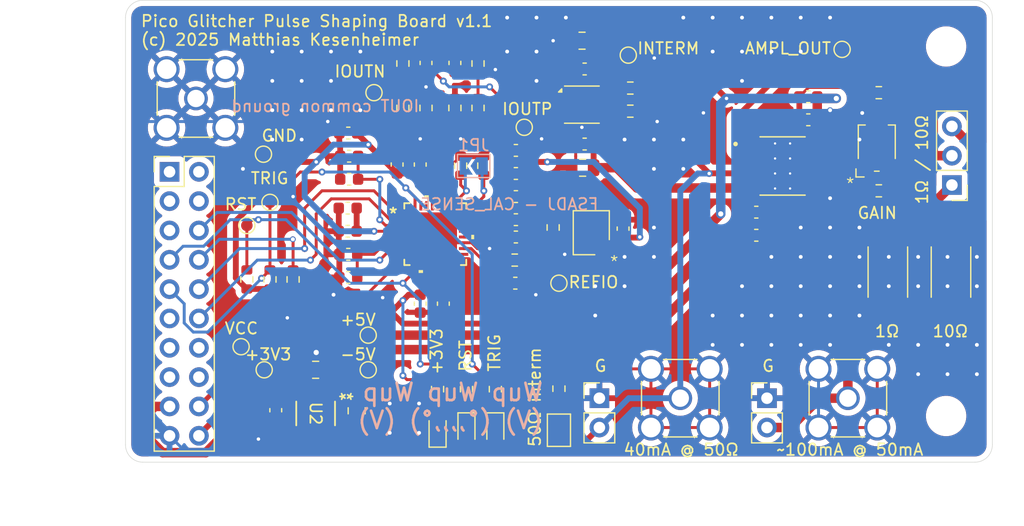
<source format=kicad_pcb>
(kicad_pcb (version 20240108) (generator "pcbnew") (generator_version "8.0")
  (layers (0 "F.Cu" signal) (31 "B.Cu" signal) (34 "B.Paste" user) (35 "F.Paste" user) (36 "B.SilkS" user "B.Silkscreen") (37 "F.SilkS" user "F.Silkscreen") (38 "B.Mask" user) (39 "F.Mask" user) (44 "Edge.Cuts" user))
  (net 0 "")
  (net 11 "GND")
  (net 12 "+5V")
  (net 13 "/TRIG")
  (net 14 "+3V3")
  (net 15 "/CSn")
  (net 16 "/MOSI")
  (net 17 "/MISO")
  (net 18 "VCC")
  (net 19 "/SCK")
  (net 29 "Net-(U1-CLKP)")
  (net 30 "Net-(X1-OUT+)")
  (net 31 "Net-(U1-CLKN)")
  (net 32 "Net-(X1-OUT-)")
  (net 33 "/RSTn")
  (net 34 "/LDO1")
  (net 35 "/LDO2")
  (net 36 "/REFIO")
  (net 37 "Net-(R6-Pad1)")
  (net 38 "/CLKLDO")
  (net 39 "Net-(D1-A)")
  (net 40 "Net-(D2-K)")
  (net 41 "Net-(JP1-B)")
  (net 42 "Net-(JP1-A)")
  (net 43 "Net-(D3-K)")
  (net 45 "Net-(U2-CAP-)")
  (net 46 "Net-(U2-CAP+)")
  (net 47 "-5V")
  (net 48 "/+IN")
  (net 49 "/-IN")
  (net 50 "/FB")
  (net 51 "/IOUTP")
  (net 52 "/IOUTN")
  (net 54 "/INTERM")
  (net 55 "/OUT")
  (net 56 "Net-(JP3-B)")
  (net 57 "Net-(J6-Pin_3)")
  (net 58 "Net-(R22-Pad2)")
  (net 59 "Net-(J6-Pin_1)")
  (net 60 "/AMPL_VIN+")
  (net 61 "/AMPL_VIN-")
  (net 62 "/AMPL_VOUT")
  (footprint "LED_SMD:LED_0603_1608Metric" (layer "F.Cu") (at 96 103.7125 -90)
    (property "Reference" "D3" (hide yes))
    (property "Value" "LED_BLUE_TRIG")
  )
  (footprint "Capacitor_SMD:C_0603_1608Metric" (layer "F.Cu") (at 89.5 92.775 90)
    (property "Reference" "C15" (hide yes))
    (property "Value" "0.1uF")
  )
  (footprint "Capacitor_SMD:C_0603_1608Metric" (layer "F.Cu") (at 103.725 78.95)
    (property "Reference" "C30" (hide yes))
    (property "Value" "0.1uF")
  )
  (footprint "TestPoint:TestPoint_Pad_D1.0mm" (layer "F.Cu") (at 85 98.5)
    (property "Reference" "TP8" (hide yes))
    (property "Value" "TP_-5V")
  )
  (footprint "Capacitor_SMD:C_0603_1608Metric" (layer "F.Cu") (at 77 102 90)
    (property "Reference" "C29" (hide yes))
    (property "Value" "0.1uF")
  )
  (footprint "Connector_PinHeader_2.54mm:PinHeader_1x03_P2.54mm_Vertical" (layer "F.Cu") (at 135.5 82.5 180)
    (property "Reference" "J6" (hide yes))
    (property "Value" "Conn_01x03_Pin")
  )
  (footprint "footprints:CP-32-12_ADI" (layer "F.Cu") (at 90.8011 86.750001)
    (property "Reference" "U1" (hide yes))
    (property "Value" "AD9102BCPZRL7")
  )
  (footprint "TestPoint:TestPoint_Pad_D1.0mm" (layer "F.Cu") (at 98.5 77.5)
    (property "Reference" "TP9" (hide yes))
    (property "Value" "TP_IOUTP")
  )
  (footprint "TestPoint:TestPoint_Pad_D1.0mm" (layer "F.Cu") (at 85 95.5)
    (property "Reference" "TP4" (hide yes))
    (property "Value" "TP_5V")
  )
  (footprint "Resistor_SMD:R_0603_1608Metric" (layer "F.Cu") (at 90 75.825 -90)
    (property "Reference" "R12" (hide yes))
    (property "Value" "120")
  )
  (footprint "Capacitor_SMD:C_0805_2012Metric" (layer "F.Cu") (at 103.5 70)
    (property "Reference" "C28" (hide yes))
    (property "Value" "2.2uF")
  )
  (footprint "Capacitor_SMD:C_0603_1608Metric" (layer "F.Cu") (at 103.725 72.45)
    (property "Reference" "C27" (hide yes))
    (property "Value" "0.1uF")
  )
  (footprint "Resistor_SMD:R_0603_1608Metric" (layer "F.Cu") (at 94.5 71.975 -90)
    (property "Reference" "R15" (hide yes))
    (property "Value" "10K")
  )
  (footprint "TestPoint:TestPoint_Pad_D1.0mm" (layer "F.Cu") (at 74.5 86)
    (property "Reference" "TP7" (hide yes))
    (property "Value" "TP_RST")
  )
  (footprint "Connector_PinHeader_2.54mm:PinHeader_1x02_P2.54mm_Vertical" (layer "F.Cu") (at 105 100.96)
    (property "Reference" "J4" (hide yes))
    (property "Value" "Conn_01x02_Pin")
  )
  (footprint "Potentiometer_SMD:Potentiometer_Bourns_TC33X_Vertical" (layer "F.Cu") (at 129 79.2 90)
    (property "Reference" "RV1" (hide yes))
    (property "Value" "1k")
  )
  (footprint "Connector_Coaxial:SMA_Amphenol_901-144_Vertical" (layer "F.Cu") (at 112 100.96)
    (property "Reference" "J2" (hide yes))
    (property "Value" "Conn_Coaxial")
  )
  (footprint "Resistor_SMD:R_0603_1608Metric" (layer "F.Cu") (at 97.675 89 180)
    (property "Reference" "R6" (hide yes))
    (property "Value" "1k")
  )
  (footprint "Capacitor_SMD:C_0603_1608Metric" (layer "F.Cu") (at 97.775 85.5 180)
    (property "Reference" "C1" (hide yes))
    (property "Value" "0.1uF")
  )
  (footprint "Capacitor_SMD:C_0603_1608Metric" (layer "F.Cu") (at 97.775 83.5 180)
    (property "Reference" "C9" (hide yes))
    (property "Value" "0.1uF")
  )
  (footprint "Capacitor_SMD:C_0603_1608Metric" (layer "F.Cu") (at 90 71.925 -90)
    (property "Reference" "C26" (hide yes))
    (property "Value" "1.5pF")
  )
  (footprint "Connector_PinHeader_2.54mm:PinHeader_2x10_P2.54mm_Vertical" (layer "F.Cu") (at 67.81 81.354)
    (property "Reference" "J1" (hide yes))
    (property "Value" "Conn_02x10_Odd_Even")
  )
  (footprint "Resistor_SMD:R_2512_6332Metric" (layer "F.Cu") (at 135.42 90.0375 90)
    (property "Reference" "R20" (hide yes))
    (property "Value" "10")
  )
  (footprint "Capacitor_SMD:C_0603_1608Metric" (layer "F.Cu") (at 83.35 82)
    (property "Reference" "C6" (hide yes))
    (property "Value" "0.1uF")
  )
  (footprint "TestPoint:TestPoint_Pad_D1.0mm" (layer "F.Cu") (at 107.5 71.25)
    (property "Reference" "TP11" (hide yes))
    (property "Value" "TP_INTERM")
  )
  (footprint "Resistor_SMD:R_0603_1608Metric" (layer "F.Cu") (at 76.5 90.675 90)
    (property "Reference" "R2" (hide yes))
    (property "Value" "4.7k")
  )
  (footprint "Resistor_SMD:R_0603_1608Metric" (layer "F.Cu") (at 107.675 76.1025 180)
    (property "Reference" "R17" (hide yes))
    (property "Value" "10K")
  )
  (footprint "Capacitor_SMD:C_0603_1608Metric" (layer "F.Cu") (at 83.225 84.5)
    (property "Reference" "C13" (hide yes))
    (property "Value" "0.1uF")
  )
  (footprint "Resistor_SMD:R_0603_1608Metric" (layer "F.Cu") (at 107.675 74.1025)
    (property "Reference" "R18" (hide yes))
    (property "Value" "49.9")
  )
  (footprint "TestPoint:TestPoint_Pad_D1.0mm" (layer "F.Cu") (at 85.5 74.5)
    (property "Reference" "TP10" (hide yes))
    (property "Value" "TP_IOUTP")
  )
  (footprint "Capacitor_SMD:C_0603_1608Metric" (layer "F.Cu") (at 97.775 87 180)
    (property "Reference" "C2" (hide yes))
    (property "Value" "0.1uF")
  )
  (footprint "Capacitor_SMD:C_0603_1608Metric" (layer "F.Cu") (at 83.35 80)
    (property "Reference" "C7" (hide yes))
    (property "Value" "100pF")
  )
  (footprint "Oscillator:Oscillator_SMD_SiTime_PQFD-6L_3.2x2.5mm" (layer "F.Cu") (at 104.3 86.625 180)
    (property "Reference" "X1" (hide yes))
    (property "Value" "OB3225125MLDB6SI-00")
  )
  (footprint "TestPoint:TestPoint_Pad_D1.0mm" (layer "F.Cu") (at 76 98.5)
    (property "Reference" "TP3" (hide yes))
    (property "Value" "TP_3.3V")
  )
  (footprint "Connector_Coaxial:SMA_Amphenol_901-144_Vertical" (layer "F.Cu") (at 126.5 100.96)
    (property "Reference" "J3" (hide yes))
    (property "Value" "Conn_Coaxial")
  )
  (footprint "footprints:VREG_LM5017MR_NOPB" (layer "F.Cu") (at 120.85 80.85)
    (property "Reference" "U4" (hide yes))
    (property "Value" "THS3091DDAR")
  )
  (footprint "Resistor_SMD:R_0603_1608Metric" (layer "F.Cu") (at 93 80.825 90)
    (property "Reference" "R5" (hide yes))
    (property "Value" "6.8k")
  )
  (footprint "Capacitor_SMD:C_0603_1608Metric" (layer "F.Cu") (at 118.575 84.85 180)
    (property "Reference" "C23" (hide yes))
    (property "Value" "0.1uF")
  )
  (footprint "TestPoint:TestPoint_Pad_D1.0mm" (layer "F.Cu") (at 126 70.75)
    (property "Reference" "TP12" (hide yes))
    (property "Value" "TP_OUT")
  )
  (footprint "Package_CSP:LFCSP-8-1EP_3x3mm_P0.5mm_EP1.45x1.74mm" (layer "F.Cu") (at 103.485 75.5375)
    (property "Reference" "U3" (hide yes))
    (property "Value" "ADA4817-1ACP")
  )
  (footprint "Resistor_SMD:R_0603_1608Metric" (layer "F.Cu") (at 92.5 75.825 90)
    (property "Reference" "R11" (hide yes))
    (property "Value" "560")
  )
  (footprint "Capacitor_SMD:C_0805_2012Metric" (layer "F.Cu") (at 103.55 81)
    (property "Reference" "C31" (hide yes))
    (property "Value" "2.2uF")
  )
  (footprint "Capacitor_SMD:C_0603_1608Metric" (layer "F.Cu") (at 97.775 79.5 180)
    (property "Reference" "C17" (hide yes))
    (property "Value" "0.1uF")
  )
  (footprint "Capacitor_SMD:C_0805_2012Metric" (layer "F.Cu") (at 84 102.05 90)
    (property "Reference" "C19" (hide yes))
    (property "Value" "1uF")
  )
  (footprint "Resistor_SMD:R_0603_1608Metric" (layer "F.Cu") (at 88 75.825 -90)
    (property "Reference" "R14" (hide yes))
    (property "Value" "10k")
  )
  (footprint "MountingHole:MountingHole_3mm" (layer "F.Cu") (at 135 70.5)
    (property "Reference" "H1" (hide yes))
    (property "Value" "MountingHole")
  )
  (footprint "LED_SMD:LED_0603_1608Metric" (layer "F.Cu") (at 93.5 103.7125 -90)
    (property "Reference" "D2" (hide yes))
    (property "Value" "LED_GREEN_RESET")
  )
  (footprint "Resistor_SMD:R_0603_1608Metric" (layer "F.Cu") (at 94.5 75.825 -90)
    (property "Reference" "R13" (hide yes))
    (property "Value" "10K")
  )
  (footprint "TestPoint:TestPoint_Pad_D1.0mm" (layer "F.Cu") (at 76.5 84)
    (property "Reference" "TP6" (hide yes))
    (property "Value" "TP_TRIG")
  )
  (footprint "Capacitor_SMD:C_0603_1608Metric" (layer "F.Cu") (at 118.575 86.85 180)
    (property "Reference" "C24" (hide yes))
    (property "Value" "100pF")
  )
  (footprint "TestPoint:TestPoint_Pad_D1.0mm" (layer "F.Cu") (at 75.938 79.83)
    (property "Reference" "TP2" (hide yes))
    (property "Value" "TP_GND")
  )
  (footprint "Resistor_SMD:R_0603_1608Metric" (layer "F.Cu") (at 101.5 100.135 -90)
    (property "Reference" "R21" (hide yes))
    (property "Value" "49.9")
  )
  (footprint "Resistor_SMD:R_0603_1608Metric" (layer "F.Cu") (at 91 100.175 -90)
    (property "Reference" "R8" (hide yes))
    (property "Value" "150")
  )
  (footprint "TestPoint:TestPoint_Pad_D1.0mm" (layer "F.Cu") (at 101.5 91)
    (property "Reference" "TP1" (hide yes))
    (property "Value" "TP_REFIO")
  )
  (footprint "Capacitor_SMD:C_0603_1608Metric" (layer "F.Cu") (at 83.225 86.5)
    (property "Reference" "C12" (hide yes))
    (property "Value" "100pF")
  )
  (footprint "Jumper:SolderJumper-2_P1.3mm_Open_TrianglePad1.0x1.5mm" (layer "F.Cu") (at 101.5 103.735 90)
    (property "Reference" "JP3" (hide yes))
    (property "Value" "SolderJumper_2_Open")
  )
  (footprint "Resistor_SMD:R_0603_1608Metric" (layer "F.Cu") (at 129.175 74.5 180)
    (property "Reference" "R19" (hide yes))
    (property "Value" "500")
  )
  (footprint "Capacitor_SMD:C_0603_1608Metric" (layer "F.Cu") (at 123.075 74.85)
    (property "Reference" "C22" (hide yes))
    (property "Value" "100pF")
  )
  (footprint "Resistor_SMD:R_0603_1608Metric" (layer "F.Cu") (at 96 100.175 90)
    (property "Reference" "R10" (hide yes))
    (property "Value" "150")
  )
  (footprint "Resistor_SMD:R_0603_1608Metric" (layer "F.Cu") (at 74.5 90.675 90)
    (property "Reference" "R1" (hide yes))
    (property "Value" "4.7k")
  )
  (footprint "Resistor_SMD:R_0603_1608Metric" (layer "F.Cu") (at 95 80.825 90)
    (property "Reference" "R7" (hide yes))
    (property "Value" "6.8k")
  )
  (footprint "Capacitor_SMD:C_0603_1608Metric" (layer "F.Cu") (at 97.725 91 180)
    (property "Reference" "C8" (hide yes))
    (property "Value" "0.1uF")
  )
  (footprint "Resistor_SMD:R_0603_1608Metric" (layer "F.Cu") (at 78.5 90.675 90)
    (property "Reference" "R3" (hide yes))
    (property "Value" "4.7k")
  )
  (footprint "Capacitor_SMD:C_0603_1608Metric" (layer "F.Cu") (at 89.5 80.725 -90)
    (property "Reference" "C18" (hide yes))
    (property "Value" "100pF")
  )
  (footprint "Capacitor_SMD:C_0603_1608Metric" (layer "F.Cu") (at 83.275 78)
    (property "Reference" "C16" (hide yes))
    (property "Value" "100pF")
  )
  (footprint "Connector_Coaxial:SMA_Amphenol_901-144_Vertical" (layer "F.Cu") (at 70.096 75.004)
    (property "Reference" "J7" (hide yes))
    (property "Value" "Conn_Coaxial")
  )
  (footprint "Capacitor_SMD:C_0603_1608Metric" (layer "F.Cu") (at 91.5 92.775 90)
    (property "Reference" "C14" (hide yes))
    (property "Value" "100pF")
  )
  (footprint "Connector_PinHeader_2.54mm:PinHeader_1x02_P2.54mm_Vertical" (layer "F.Cu") (at 119.5 100.96)
    (property "Reference" "J5" (hide yes))
    (property "Value" "Conn_01x02_Pin")
  )
  (footprint "Capacitor_SMD:C_0603_1608Metric" (layer "F.Cu") (at 123.075 76.85)
    (property "Reference" "C21" (hide yes))
    (property "Value" "0.1uF")
  )
  (footprint "Capacitor_SMD:C_0603_1608Metric" (layer "F.Cu") (at 97.775 81.5 180)
    (property "Reference" "C10" (hide yes))
    (property "Value" "100pF")
  )
  (footprint "Capacitor_SMD:C_0603_1608Metric" (layer "F.Cu") (at 92.5 71.925 -90)
    (property "Reference" "C25" (hide yes))
    (property "Value" "1.5pF")
  )
  (footprint "Capacitor_SMD:C_0805_2012Metric" (layer "F.Cu") (at 80.45 98.5)
    (property "Reference" "C20" (hide yes))
    (property "Value" "1uF")
  )
  (footprint "Resistor_SMD:R_0603_1608Metric" (layer "F.Cu") (at 101 86.175 -90)
    (property "Reference" "R4" (hide yes))
    (property "Value" "100")
  )
  (footprint "MountingHole:MountingHole_3mm" (layer "F.Cu") (at 135 102.5)
    (property "Reference" "H2" (hide yes))
    (property "Value" "MountingHole")
  )
  (footprint "Capacitor_SMD:C_0603_1608Metric" (layer "F.Cu") (at 83.275 90.5)
    (property "Reference" "C4" (hide yes))
    (property "Value" "0.1uF")
  )
  (footprint "Resistor_SMD:R_2512_6332Metric" (layer "F.Cu") (at 129.9575 90.0375 90)
    (property "Reference" "R23" (hide yes))
    (property "Value" "1")
  )
  (footprint "Capacitor_SMD:C_0603_1608Metric" (layer "F.Cu") (at 107.05 86.275 -90)
    (property "Reference" "C3" (hide yes))
    (property "Value" "0.1uF")
  )
  (footprint "Resistor_SMD:R_0603_1608Metric" (layer "F.Cu") (at 93.5 100.175 90)
    (property "Reference" "R9" (hide yes))
    (property "Value" "150")
  )
  (footprint "Capacitor_SMD:C_0603_1608Metric" (layer "F.Cu") (at 83.275 88.5)
    (property "Reference" "C5" (hide yes))
    (property "Value" "100pF")
  )
  (footprint "Resistor_SMD:R_0603_1608Metric" (layer "F.Cu") (at 129.175 83 180)
    (property "Reference" "R22" (hide yes))
    (property "Value" "500")
  )
  (footprint "Capacitor_SMD:C_0603_1608Metric" (layer "F.Cu") (at 87.5 80.725 -90)
    (property "Reference" "C11" (hide yes))
    (property "Value" "0.1uF")
  )
  (footprint "TestPoint:TestPoint_Pad_D1.0mm" (layer "F.Cu") (at 74 96.5)
    (property "Reference" "TP5" (hide yes))
    (property "Value" "TP_VCC")
  )
  (footprint "Resistor_SMD:R_0603_1608Metric" (layer "F.Cu") (at 88 71.975 -90)
    (property "Reference" "R16" (hide yes))
    (property "Value" "10K")
  )
  (footprint "LED_SMD:LED_0603_1608Metric" (layer "F.Cu") (at 91 103.7125 90)
    (property "Reference" "D1" (hide yes))
    (property "Value" "LED_RED_3.3V")
  )
  (footprint "footprints:RT_6_ADI" (layer "F.Cu") (at 80.450001 102.2808 -90)
    (property "Reference" "U2")
    (property "Value" "ADM8829ARTZ-REEL7")
  )
  (footprint "Jumper:SolderJumper-2_P1.3mm_Open_TrianglePad1.0x1.5mm" (layer "B.Cu") (at 94.125 80.85 180)
    (property "Reference" "JP1")
    (property "Value" "SolderJumper_2_Open")
  )
  (gr_arc (start 137.5 66.5) (mid 138.56066 66.93934) (end 139 68) (stroke (width 0.05)) (layer "Edge.Cuts"))
  (gr_line (start 139 105) (end 139 68) (stroke (width 0.05)) (layer "Edge.Cuts"))
  (gr_line (start 64 68) (end 64 105) (stroke (width 0.05)) (layer "Edge.Cuts"))
  (gr_arc (start 64 68) (mid 64.43934 66.93934) (end 65.5 66.5) (stroke (width 0.05)) (layer "Edge.Cuts"))
  (gr_arc (start 139 105) (mid 138.56066 106.06066) (end 137.5 106.5) (stroke (width 0.05)) (layer "Edge.Cuts"))
  (gr_arc (start 65.5 106.5) (mid 64.43934 106.06066) (end 64 105) (stroke (width 0.05)) (layer "Edge.Cuts"))
  (gr_line (start 137.5 66.5) (end 65.5 66.5) (stroke (width 0.05)) (layer "Edge.Cuts"))
  (gr_line (start 65.5 106.5) (end 137.5 106.5) (stroke (width 0.05)) (layer "Edge.Cuts"))
  (gr_text "Wup Wup Wup\n(V) (°,,,,°) (V) " (at 100.25 103.735 0) (layer "B.SilkS") (effects (font (size 1.5 1.5) (thickness 0.23)) (justify left bottom mirror)))
  (gr_text "IOUT common ground" (at 89.5 76.25 0) (layer "B.SilkS") (effects (font (size 1 1)) (justify left bottom mirror)))
  (gr_text "FSADJ - CAL_SENSE" (at 105 84.75 0) (layer "B.SilkS") (effects (font (size 1 1)) (justify left bottom mirror)))
  (gr_text "-5V" (at 82.5 97.75 0) (layer "F.SilkS") (effects (font (size 1 1)) (justify left bottom)))
  (gr_text "40mA @ 50Ω" (at 107 106 0) (layer "F.SilkS") (effects (font (size 1 1)) (justify left bottom)))
  (gr_text "RST" (at 72.5 84.75 0) (layer "F.SilkS") (effects (font (size 1 1)) (justify left bottom)))
  (gr_text "1Ω / 10Ω" (at 133.5 84.25 90) (layer "F.SilkS") (effects (font (size 1 1)) (justify left bottom)))
  (gr_text "VCC" (at 72.5 95.5 0) (layer "F.SilkS") (effects (font (size 1 1)) (justify left bottom)))
  (gr_text "10Ω" (at 133.75 95.75 0) (layer "F.SilkS") (effects (font (size 1 1)) (justify left bottom)))
  (gr_text "G" (at 104.5 98.75 0) (layer "F.SilkS") (effects (font (size 1 1)) (justify left bottom)))
  (gr_text "AMPL_OUT" (at 117.5 71.25 0) (layer "F.SilkS") (effects (font (size 1 1)) (justify left bottom)))
  (gr_text "IOUTP" (at 96.5 76.5 0) (layer "F.SilkS") (effects (font (size 1 1)) (justify left bottom)))
  (gr_text "50Ω interm" (at 100 105.25 90) (layer "F.SilkS") (effects (font (size 1 1)) (justify left bottom)))
  (gr_text "Pico Glitcher Pulse Shaping Board v1.1\n(c) 2025 Matthias Kesenheimer" (at 65.25 70.5 0) (layer "F.SilkS") (effects (font (size 1 1)) (justify left bottom)))
  (gr_text "+5V" (at 82.5 94.75 0) (layer "F.SilkS") (effects (font (size 1 1)) (justify left bottom)))
  (gr_text "GAIN" (at 127.25 85.5 0) (layer "F.SilkS") (effects (font (size 1 1)) (justify left bottom)))
  (gr_text "1Ω" (at 128.75 95.75 0) (layer "F.SilkS") (effects (font (size 1 1)) (justify left bottom)))
  (gr_text "~100mA @ 50mA" (at 120.25 106 0) (layer "F.SilkS") (effects (font (size 1 1)) (justify left bottom)))
  (gr_text "G" (at 119 98.75 0) (layer "F.SilkS") (effects (font (size 1 1)) (justify left bottom)))
  (gr_text "INTERM" (at 108.2 71.25 0) (layer "F.SilkS") (effects (font (size 1 1)) (justify left bottom)))
  (gr_text "GND" (at 75.684 78.814 0) (layer "F.SilkS") (effects (font (size 1 1)) (justify left bottom)))
  (gr_text "*" (at 105.8338 89.736 0) (layer "F.SilkS") (effects (font (size 1 1) (thickness 0.1)) (justify left bottom)))
  (gr_text "TRIG" (at 74.75 82.5 0) (layer "F.SilkS") (effects (font (size 1 1)) (justify left bottom)))
  (gr_text "IOUTN" (at 82 73.25 0) (layer "F.SilkS") (effects (font (size 1 1)) (justify left bottom)))
  (gr_text "REFIO" (at 102.25 91.5 0) (layer "F.SilkS") (effects (font (size 1 1)) (justify left bottom)))
  (gr_text "+3V3" (at 74.25 97.75 0) (layer "F.SilkS") (effects (font (size 1 1)) (justify left bottom)))
  (gr_text "TRIG" (at 96.5 98.75 90) (layer "F.SilkS") (effects (font (size 1 1)) (justify left bottom)))
  (gr_text "RST" (at 94 98.75 90) (layer "F.SilkS") (effects (font (size 1 1)) (justify left bottom)))
  (gr_text "*" (at 126.2554 82.9796 0) (layer "F.SilkS") (effects (font (size 1 1) (thickness 0.1)) (justify left bottom)))
  (gr_text "+3V3" (at 91.5 99 90) (layer "F.SilkS") (effects (font (size 1 1)) (justify left bottom)))
  (segment (start 102.55 72.05) (end 102.95 72.45) (width 0.254) (layer "F.Cu") (net 11))
  (segment (start 93 78.5) (end 93 80) (width 0.254) (layer "F.Cu") (net 11))
  (segment (start 121 76.5) (end 120 76.5) (width 0.818) (layer "F.Cu") (net 11))
  (segment (start 92.0511 85.500001) (end 92.0511 84.298901) (width 0.254) (layer "F.Cu") (net 11))
  (segment (start 77 102.775) (end 77 103) (width 0.254) (layer "F.Cu") (net 11))
  (segment (start 90.8011 86.750001) (end 92.0511 85.500001) (width 0.254) (layer "F.Cu") (net 11))
  (segment (start 114.54 103.5) (end 117 101.04) (width 0.254) (layer "F.Cu") (net 11))
  (segment (start 75.5 104.5) (end 75.75 104.25) (width 0.254) (layer "F.Cu") (net 11))
  (segment (start 90.8011 86.750001) (end 92.0511 88.000001) (width 0.254) (layer "F.Cu") (net 11))
  (segment (start 102.95 78.95) (end 102.95 80) (width 0.254) (layer "F.Cu") (net 11))
  (segment (start 90.8011 86.750001) (end 91.551101 87.500002) (width 0.254) (layer "F.Cu") (net 11))
  (segment (start 114.54 103.5) (end 109.46 103.5) (width 0.254) (layer "F.Cu") (net 11))
  (segment (start 93.2522 87.500002) (end 93.939601 87.500002) (width 0.254) (layer "F.Cu") (net 11))
  (segment (start 119 77.5) (end 119.4 77.5) (width 0.818) (layer "F.Cu") (net 11))
  (segment (start 102.6 81.1) (end 105.1 83.6) (width 0.254) (layer "F.Cu") (net 11))
  (segment (start 82.5 90.5) (end 82.5 88.5) (width 0.254) (layer "F.Cu") (net 11))
  (segment (start 121 76.5) (end 121 77.5) (width 0.818) (layer "F.Cu") (net 11))
  (segment (start 122 84.5) (end 122 85.5) (width 0.818) (layer "F.Cu") (net 11))
  (segment (start 121.637717 80.85) (end 120.85 80.85) (width 0.254) (layer "F.Cu") (net 11))
  (segment (start 82.5 91.5) (end 82 92) (width 0.254) (layer "F.Cu") (net 11))
  (segment (start 120.2 78.3) (end 121 77.5) (width 0.818) (layer "F.Cu") (net 11))
  (segment (start 82.5 90.5) (end 82.5 91.5) (width 0.254) (layer "F.Cu") (net 11))
  (segment (start 94.65 71.15) (end 96 72.5) (width 0.254) (layer "F.Cu") (net 11))
  (segment (start 119.35 83.65) (end 120.2 82.8) (width 0.818) (layer "F.Cu") (net 11))
  (segment (start 96.7355 105.2645) (end 98.5 103.5) (width 0.254) (layer "F.Cu") (net 11))
  (segment (start 102.55 70) (end 102.55 72.05) (width 0.254) (layer "F.Cu") (net 11))
  (segment (start 121.5 78.9) (end 121.5 78.5) (width 0.818) (layer "F.Cu") (net 11))
  (segment (start 114.54 98.42) (end 114.54 103.5) (width 0.254) (layer "F.Cu") (net 11))
  (segment (start 93 92.5) (end 91.95 93.55) (width 0.254) (layer "F.Cu") (net 11))
  (segment (start 77 103) (end 75.5 104.5) (width 0.254) (layer "F.Cu") (net 11))
  (segment (start 120.2 82.8) (end 119.975 83.025) (width 0.818) (layer "F.Cu") (net 11))
  (segment (start 109.46 98.42) (end 114.54 98.42) (width 0.254) (layer "F.Cu") (net 11))
  (segment (start 123 84.5) (end 123 85.5) (width 0.818) (layer "F.Cu") (net 11))
  (segment (start 93.939601 87.500002) (end 94.439599 88) (width 0.254) (layer "F.Cu") (net 11))
  (segment (start 119.35 84.85) (end 119.35 86.85) (width 0.254) (layer "F.Cu") (net 11))
  (segment (start 121.5 77.65) (end 121.5 81.5) (width 0.818) (layer "F.Cu") (net 11))
  (segment (start 119.35 84.85) (end 119.35 83.65) (width 0.818) (layer "F.Cu") (net 11))
  (segment (start 94.5 71.15) (end 94.65 71.15) (width 0.254) (layer "F.Cu") (net 11))
  (segment (start 92.0511 84.298901) (end 92.0511 80.9489) (width 0.254) (layer "F.Cu") (net 11))
  (segment (start 121.5 78.5) (end 122.3 77.7) (width 0.818) (layer "F.Cu") (net 11))
  (segment (start 82.45 86.5) (end 82.45 88.45) (width 0.254) (layer "F.Cu") (net 11))
  (segment (start 95 80) (end 96.302 78.698) (width 0.254) (layer "F.Cu") (net 11))
  (segment (start 121.5 82.8) (end 121.5 84) (width 0.818) (layer "F.Cu") (net 11))
  (segment (start 121.5 83) (end 123 84.5) (width 0.818) (layer "F.Cu") (net 11))
  (segment (start 122.3 76.85) (end 121.35 76.85) (width 0.818) (layer "F.Cu") (net 11))
  (segment (start 95 80) (end 93 80) (width 0.254) (layer "F.Cu") (net 11))
  (segment (start 105 100.96) (end 105 98.42) (width 0.254) (layer "F.Cu") (net 11))
  (segment (start 120.2 78.7) (end 119 77.5) (width 0.818) (layer "F.Cu") (net 11))
  (segment (start 98.5 91) (end 99.5 92) (width 0.254) (layer "F.Cu") (net 11))
  (segment (start 120.85 83.35) (end 120.85 80.85) (width 0.818) (layer "F.Cu") (net 11))
  (segment (start 120.2 80.2) (end 121.5 80.2) (width 0.254) (layer "F.Cu") (net 11))
  (segment (start 120.2 81.5) (end 121.5 81.5) (width 0.254) (layer "F.Cu") (net 11))
  (segment (start 103.485 77.5) (end 103.485 78.415) (width 0.254) (layer "F.Cu") (net 11))
  (segment (start 92.5 71.15) (end 94.5 71.15) (width 0.254) (layer "F.Cu") (net 11))
  (segment (start 92.0511 90.5511) (end 93 91.5) (width 0.254) (layer "F.Cu") (net 11))
  (segment (start 120 82.6) (end 120.2 82.8) (width 0.818) (layer "F.Cu") (net 11))
  (segment (start 121.5 82.8) (end 121.5 83) (width 0.818) (layer "F.Cu") (net 11))
  (segment (start 92.0511 88.000001) (end 92.0511 89.201101) (width 0.254) (layer "F.Cu") (net 11))
  (segment (start 123 85.5) (end 122 85.5) (width 0.818) (layer "F.Cu") (net 11))
  (segment (start 91.95 93.55) (end 91.5 93.55) (width 0.254) (layer "F.Cu") (net 11))
  (segment (start 99 79.5) (end 100 78.5) (width 0.254) (layer "F.Cu") (net 11))
  (segment (start 121.5 84) (end 121 84.5) (width 0.818) (layer "F.Cu") (net 11))
  (segment (start 102.6 81) (end 102.6 81.1) (width 0.254) (layer "F.Cu") (net 11))
  (segment (start 122.3 74.85) (end 122.3 76.85) (width 0.254) (layer "F.Cu") (net 11))
  (segment (start 92.0511 80.9489) (end 93 80) (width 0.254) (layer "F.Cu") (net 11))
  (segment (start 93 91.5) (end 93 92.5) (width 0.254) (layer "F.Cu") (net 11))
  (segment (start 100.19 99.31) (end 101.5 99.31) (width 0.254) (layer "F.Cu") (net 11))
  (segment (start 102.95 80) (end 102.95 80.65) (width 0.254) (layer "F.Cu") (net 11))
  (segment (start 82.45 88.45) (end 82.5 88.5) (width 0.254) (layer "F.Cu") (net 11))
  (segment (start 98.5 103.5) (end 98.5 101) (width 0.254) (layer "F.Cu") (net 11))
  (segment (start 82.575 78.075) (end 82.5 78) (width 0.254) (layer "F.Cu") (net 11))
  (segment (start 121 82.3) (end 121.5 82.8) (width 0.818) (layer "F.Cu") (net 11))
  (segment (start 119 76.5) (end 120 76.5) (width 0.818) (layer "F.Cu") (net 11))
  (segment (start 96.302 78.698) (end 97.748 78.698) (width 0.254) (layer "F.Cu") (net 11))
  (segment (start 119.35 84.85) (end 120.65 84.85) (width 0.818) (layer "F.Cu") (net 11))
  (segment (start 105.1 85.5) (end 107.05 85.5) (width 0.254) (layer "F.Cu") (net 11))
  (segment (start 90.051099 86) (end 88.35 86) (width 0.254) (layer "F.Cu") (net 11))
  (segment (start 108.5 76.1025) (end 109.1025 76.1025) (width 0.254) (layer "F.Cu") (net 11))
  (segment (start 105.1 83.6) (end 105.1 85.5) (width 0.254) (layer "F.Cu") (net 11))
  (segment (start 121.5 84) (end 122 84.5) (width 0.818) (layer "F.Cu") (net 11))
  (segment (start 120.2 78.9) (end 120.2 82.8) (width 0.254) (layer "F.Cu") (net 11))
  (segment (start 120.2 78.9) (end 121.5 78.9) (width 0.254) (layer "F.Cu") (net 11))
  (segment (start 119 76.5) (end 119 77.5) (width 0.818) (layer "F.Cu") (net 11))
  (segment (start 119.35 84.85) (end 119.975 84.225) (width 0.818) (layer "F.Cu") (net 11))
  (segment (start 77 102.775) (end 78.775 102.775) (width 0.254) (layer "F.Cu") (net 11))
  (segment (start 117 101) (end 117.04 100.96) (width 0.254) (layer "F.Cu") (net 11))
  (segment (start 102.6 81) (end 102.1 81.5) (width 0.254) (layer "F.Cu") (net 11))
  (segment (start 120.65 84.85) (end 121 84.5) (width 0.818) (layer "F.Cu") (net 11))
  (segment (start 82.575 80) (end 82.575 78.075) (width 0.254) (layer "F.Cu") (net 11))
  (segment (start 91 104.5) (end 91.7645 105.2645) (width 0.254) (layer "F.Cu") (net 11))
  (segment (start 122.3 77.7) (end 122.3 76.85) (width 0.818) (layer "F.Cu") (net 11))
  (segment (start 121.5 78.9) (end 121.5 82.8) (width 0.254) (layer "F.Cu") (net 11))
  (segment (start 120.2 78.9) (end 120.2 78.7) (width 0.818) (layer "F.Cu") (net 11))
  (segment (start 109.46 98.42) (end 105 98.42) (width 0.254) (layer "F.Cu") (net 11))
  (segment (start 129.04 103.5) (end 129.04 98.42) (width 0.254) (layer "F.Cu") (net 11))
  (segment (start 103.485 75.5375) (end 103.485 77.5) (width 0.254) (layer "F.Cu") (net 11))
  (segment (start 119.975 83.025) (end 119.975 84.225) (width 0.818) (layer "F.Cu") (net 11))
  (segment (start 90 75) (end 90 74) (width 0.254) (layer "F.Cu") (net 11))
  (segment (start 123.96 103.5) (end 129.04 103.5) (width 0.254) (layer "F.Cu") (net 11))
  (segment (start 98.55 81.5) (end 98.55 83.5) (width 0.254) (layer "F.Cu") (net 11))
  (segment (start 122 85.5) (end 121 85.5) (width 0.818) (layer "F.Cu") (net 11))
  (segment (start 109.1025 76.1025) (end 110 77) (width 0.254) (layer "F.Cu") (net 11))
  (segment (start 109.46 103.5) (end 109.46 98.42) (width 0.254) (layer "F.Cu") (net 11))
  (segment (start 82.45 84.5) (end 82.45 86.5) (width 0.254) (layer "F.Cu") (net 11))
  (segment (start 87.5 79.95) (end 89.5 79.95) (width 0.254) (layer "F.Cu") (net 11))
  (segment (start 121 77.5) (end 121 82.3) (width 0.818) (layer "F.Cu") (net 11))
  (segment (start 92.5 75) (end 90 75) (width 0.254) (layer "F.Cu") (net 11))
  (segment (start 78.775 102.775) (end 79.5 103.5) (width 0.254) (layer "F.Cu") (net 11))
  (segment (start 105 98.42) (end 102.39 98.42) (width 0.254) (layer "F.Cu") (net 11))
  (segment (start 79.5 98.5) (end 79.5 98) (width 0.818) (layer "F.Cu") (net 11))
  (segment (start 102.95 80.65) (end 102.6 81) (width 0.254) (layer "F.Cu") (net 11))
  (segment (start 103.485 78.415) (end 102.95 78.95) (width 0.254) (layer "F.Cu") (net 11))
  (segment (start 117 101.04) (end 117 101) (width 0.254) (layer "F.Cu") (net 11))
  (segment (start 94.439599 88) (end 95.5 88) (width 0.254) (layer "F.Cu") (net 11))
  (segment (start 102.55 70) (end 101 70) (width 0.254) (layer "F.Cu") (net 11))
  (segment (start 97.748 78.698) (end 98.55 79.5) (width 0.254) (layer "F.Cu") (net 11))
  (segment (start 119.5 100.96) (end 121.42 100.96) (width 0.254) (layer "F.Cu") (net 11))
  (segment (start 120 77.5) (end 120 76.5) (width 0.818) (layer "F.Cu") (net 11))
  (segment (start 81.5 77) (end 82.5 78) (width 0.254) (layer "F.Cu") (net 11))
  (segment (start 121.42 100.96) (end 123.96 98.42) (width 0.254) (layer "F.Cu") (net 11))
  (segment (start 120.2 78.9) (end 120.2 78.3) (width 0.818) (layer "F.Cu") (net 11))
  (segment (start 121 85.5) (end 121 84.5) (width 0.818) (layer "F.Cu") (net 11))
  (segment (start 127.898 74.048) (end 123.102 74.048) (width 0.254) (layer "F.Cu") (net 11))
  (segment (start 122.3 76.85) (end 121.5 77.65) (width 0.818) (layer "F.Cu") (net 11))
  (segment (start 90.8011 86.750001) (end 90.051099 86) (width 0.254) (layer "F.Cu") (net 11))
  (segment (start 117.04 100.96) (end 119.5 100.96) (width 0.254) (layer "F.Cu") (net 11))
  (segment (start 102.39 98.42) (end 101.5 99.31) (width 0.254) (layer "F.Cu") (net 11))
  (segment (start 121.35 76.85) (end 121 76.5) (width 0.818) (layer "F.Cu") (net 11))
  (segment (start 92.0511 89.201101) (end 92.0511 90.5511) (width 0.254) (layer "F.Cu") (net 11))
  (segment (start 91.5 93.55) (end 89.5 93.55) (width 0.254) (layer "F.Cu") (net 11))
  (segment (start 98.5 101) (end 100.19 99.31) (width 0.254) (layer "F.Cu") (net 11))
  (segment (start 120.2 82.8) (end 121.5 82.8) (width 0.254) (layer "F.Cu") (net 11))
  (segment (start 102.1 81.5) (end 98.55 81.5) (width 0.254) (layer "F.Cu") (net 11))
  (segment (start 82.575 80) (end 82.575 82) (width 0.254) (layer "F.Cu") (net 11))
  (segment (start 128.35 74.5) (end 127.898 74.048) (width 0.254) (layer "F.Cu") (net 11))
  (segment (start 121 77.5) (end 120 77.5) (width 0.818) (layer "F.Cu") (net 11))
  (segment (start 119.975 84.225) (end 120.85 83.35) (width 0.818) (layer "F.Cu") (net 11))
  (segment (start 91.551101 87.500002) (end 93.2522 87.500002) (width 0.254) (layer "F.Cu") (net 11))
  (segment (start 119.4 77.5) (end 120.2 78.3) (width 0.818) (layer "F.Cu") (net 11))
  (segment (start 123.102 74.048) (end 122.3 74.85) (width 0.254) (layer "F.Cu") (net 11))
  (segment (start 98.55 79.5) (end 99 79.5) (width 0.254) (layer "F.Cu") (net 11))
  (segment (start 91.7645 105.2645) (end 96.7355 105.2645) (width 0.254) (layer "F.Cu") (net 11))
  (segment (start 89.5 79.95) (end 89.5 78.5) (width 0.254) (layer "F.Cu") (net 11))
  (segment (start 120 77.5) (end 120 82.6) (width 0.818) (layer "F.Cu") (net 11))
  (segment (start 79.5 98) (end 80.5 97) (width 0.818) (layer "F.Cu") (net 11))
  (via (at 124.96 83.64) (size 0.5) (drill 0.33) (layers "F.Cu" "B.Cu") (net 11))
  (via (at 132.58 98.88) (size 0.5) (drill 0.33) (layers "F.Cu" "B.Cu") (net 11))
  (via (at 119.88 93.8) (size 0.5) (drill 0.33) (layers "F.Cu" "B.Cu") (net 11))
  (via (at 130.04 88.72) (size 0.5) (drill 0.33) (layers "F.Cu" "B.Cu") (net 11))
  (via (at 102 88.5) (size 0.6) (drill 0.3) (layers "F.Cu" "B.Cu") (net 11))
  (via (at 117.34 96.34) (size 0.5) (drill 0.33) (layers "F.Cu" "B.Cu") (net 11))
  (via (at 82 92) (size 0.5) (drill 0.33) (layers "F.Cu" "B.Cu") (net 11))
  (via (at 124.96 86.18) (size 0.5) (drill 0.33) (layers "F.Cu" "B.Cu") (net 11))
  (via (at 104.64 93.8) (size 0.5) (drill 0.33) (layers "F.Cu" "B.Cu") (net 11))
  (via (at 81.5 77) (size 0.6) (drill 0.3) (layers "F.Cu" "B.Cu") (net 11))
  (via (at 112.26 68) (size 0.5) (drill 0.33) (layers "F.Cu" "B.Cu") (net 11))
  (via (at 119.88 88.72) (size 0.5) (drill 0.33) (layers "F.Cu" "B.Cu") (net 11))
  (via (at 81.78 73.48) (size 0.5) (drill 0.33) (layers "F.Cu" "B.Cu") (net 11))
  (via (at 112.26 81.1) (size 0.5) (drill 0.33) (layers "F.Cu" "B.Cu") (net 11))
  (via (at 114.8 68) (size 0.5) (drill 0.33) (layers "F.Cu" "B.Cu") (net 11))
  (via (at 117.34 93.8) (size 0.5) (drill 0.33) (layers "F.Cu" "B.Cu") (net 11))
  (via (at 127.5 86.18) (size 0.5) (drill 0.33) (layers "F.Cu" "B.Cu") (net 11))
  (via (at 112.26 78.56) (size 0.5) (drill 0.33) (layers "F.Cu" "B.Cu") (net 11))
  (via (at 124.96 91.26) (size 0.5) (drill 0.33) (layers "F.Cu" "B.Cu") (net 11))
  (via (at 117.34 73.48) (size 0.5) (drill 0.33) (layers "F.Cu" "B.Cu") (net 11))
  (via (at 117.34 70.94) (size 0.5) (drill 0.33) (layers "F.Cu" "B.Cu") (net 11))
  (via (at 130.04 91.26) (size 0.5) (drill 0.33) (layers "F.Cu" "B.Cu") (net 11))
  (via (at 135.12 98.88) (size 0.5) (drill 0.33) (layers "F.Cu" "B.Cu") (net 11))
  (via (at 114.8 96.34) (size 0.5) (drill 0.33) (layers "F.Cu" "B.Cu") (net 11))
  (via (at 100 78.5) (size 0.6) (drill 0.3) (layers "F.Cu" "B.Cu") (net 11))
  (via (at 109.75 71.5) (size 0.6) (drill 0.3) (layers "F.Cu" "B.Cu") (net 11))
  (via (at 137.66 96.34) (size 0.5) (drill 0.33) (layers "F.Cu" "B.Cu") (net 11))
  (via (at 109.72 86.18) (size 0.5) (drill 0.33) (layers "F.Cu" "B.Cu") (net 11))
  (via (at 84.32 76.02) (size 0.5) (drill 0.33) (layers "F.Cu" "B.Cu") (net 11))
  (via (at 130.04 96.34) (size 0.5) (drill 0.33) (layers "F.Cu" "B.Cu") (net 11))
  (via (at 137.66 98.88) (size 0.5) (drill 0.33) (layers "F.Cu" "B.Cu") (net 11))
  (via (at 86.86 103.96) (size 0.5) (drill 0.33) (layers "F.Cu" "B.Cu") (net 11))
  (via (at 109.72 81.1) (size 0.5) (drill 0.33) (layers "F.Cu" "B.Cu") (net 11))
  (via (at 81.78 70.94) (size 0.5) (drill 0.33) (layers "F.Cu" "B.Cu") (net 11))
  (via (at 89.4 103.96) (size 0.5) (drill 0.33) (layers "F.Cu" "B.Cu") (net 11))
  (via (at 110 77) (size 0.6) (drill 0.3) (layers "F.Cu" "B.Cu") (net 11))
  (via (at 101 70) (size 0.6) (drill 0.3) (layers "F.Cu" "B.Cu") (net 11))
  (via (at 122.42 91.26) (size 0.5) (drill 0.33) (layers "F.Cu" "B.Cu") (net 11))
  (via (at 97.02 68) (size 0.5) (drill 0.33) (layers "F.Cu" "B.Cu") (net 11))
  (via (at 124.96 68) (size 0.5) (drill 0.33) (layers "F.Cu" "B.Cu") (net 11))
  (via (at 107.18 88.72) (size 0.5) (drill 0.33) (layers "F.Cu" "B.Cu") (net 11))
  (via (at 119.88 68) (size 0.5) (drill 0.33) (layers "F.Cu" "B.Cu") (net 11))
  (via (at 76.7 76.02) (size 0.5) (drill 0.33) (layers "F.Cu" "B.Cu") (net 11))
  (via (at 89.4 101.42) (size 0.5) (drill 0.33) (layers "F.Cu" "B.Cu") (net 11))
  (via (at 79.24 73.48) (size 0.5) (drill 0.33) (layers "F.Cu" "B.Cu") (net 11))
  (via (at 86.25 92.25) (size 0.6) (drill 0.3) (layers "F.Cu" "B.Cu") (net 11))
  (via (at 117.34 68) (size 0.5) (drill 0.33) (layers "F.Cu" "B.Cu") (net 11))
  (via (at 137.66 91.26) (size 0.5) (drill 0.33) (layers "F.Cu" "B.Cu") (net 11))
  (via (at 117.34 91.26) (size 0.5) (drill 0.33) (layers "F.Cu" "B.Cu") (net 11))
  (via (at 114.8 93.8) (size 0.5) (drill 0.33) (layers "F.Cu" "B.Cu") (net 11))
  (via (at 127.74 76.26) (size 0.5) (drill 0.33) (layers "F.Cu" "B.Cu") (net 11))
  (via (at 99.56 73.48) (size 0.5) (drill 0.33) (layers "F.Cu" "B.Cu") (net 11))
  (via (at 75.5 104.5) (size 0.6) (drill 0.3) (layers "F.Cu" "B.Cu") (net 11))
  (via (at 132.58 88.72) (size 0.5) (drill 0.33) (layers "F.Cu" "B.Cu") (net 11))
  (via (at 107.18 91.26) (size 0.5) (drill 0.33) (layers "F.Cu" "B.Cu") (net 11))
  (via (at 122.42 68) (size 0.5) (drill 0.33) (layers "F.Cu" "B.Cu") (net 11))
  (via (at 103.485 77.5) (size 0.6) (drill 0.3) (layers "F.Cu" "B.Cu") (net 11))
  (via (at 132.58 91.26) (size 0.5) (drill 0.33) (layers "F.Cu" "B.Cu") (net 11))
  (via (at 124.96 96.34) (size 0.5) (drill 0.33) (layers "F.Cu" "B.Cu") (net 11))
  (via (at 99.56 70.94) (size 0.5) (drill 0.33) (layers "F.Cu" "B.Cu") (net 11))
  (via (at 76.7 78.56) (size 0.5) (drill 0.33) (layers "F.Cu" "B.Cu") (net 11))
  (via (at 124.96 88.72) (size 0.5) (drill 0.33) (layers "F.Cu" "B.Cu") (net 11))
  (via (at 124.96 93.8) (size 0.5) (drill 0.33) (layers "F.Cu" "B.Cu") (net 11))
  (via (at 90 74) (size 0.6) (drill 0.3) (layers "F.Cu" "B.Cu") (net 11))
  (via (at 119.88 96.34) (size 0.5) (drill 0.33) (layers "F.Cu" "B.Cu") (net 11))
  (via (at 127.5 93.8) (size 0.5) (drill 0.33) (layers "F.Cu" "B.Cu") (net 11))
  (via (at 114 76.25) (size 0.6) (drill 0.3) (layers "F.Cu" "B.Cu") (net 11))
  (via (at 119.88 70.94) (size 0.5) (drill 0.33) (layers "F.Cu" "B.Cu") (net 11))
  (via (at 102.1 68) (size 0.5) (drill 0.33) (layers "F.Cu" "B.Cu") (net 11))
  (via (at 76.7 73.48) (size 0.5) (drill 0.33) (layers "F.Cu" "B.Cu") (net 11))
  (via (at 122.42 93.8) (size 0.5) (drill 0.33) (layers "F.Cu" "B.Cu") (net 11))
  (via (at 122.42 86.18) (size 0.5) (drill 0.33) (layers "F.Cu" "B.Cu") (net 11))
  (via (at 79.24 76.02) (size 0.5) (drill 0.33) (layers "F.Cu" "B.Cu") (net 11))
  (via (at 127.5 91.26) (size 0.5) (drill 0.33) (layers "F.Cu" "B.Cu") (net 11))
  (via (at 107.18 78.56) (size 0.5) (drill 0.33) (layers "F.Cu" "B.Cu") (net 11))
  (via (at 76.7 70.94) (size 0.5) (drill 0.33) (layers "F.Cu" "B.Cu") (net 11))
  (via (at 104.64 91.26) (size 0.5) (drill 0.33) (layers "F.Cu" "B.Cu") (net 11))
  (via (at 96 72.5) (size 0.6) (drill 0.3) (layers "F.Cu" "B.Cu") (net 11))
  (via (at 84.32 70.94) (size 0.5) (drill 0.33) (layers "F.Cu" "B.Cu") (net 11))
  (via (at 80.5 97) (size 0.7) (drill 0.45) (layers "F.Cu" "B.Cu") (net 11))
  (via (at 78 94) (size 0.6) (drill 0.3) (layers "F.Cu" "B.Cu") (net 11))
  (via (at 74.16 81.1) (size 0.5) (drill 0.33) (layers "F.Cu" "B.Cu") (net 11))
  (via (at 79.24 78.56) (size 0.5) (drill 0.33) (layers "F.Cu" "B.Cu") (net 11))
  (via (at 97.02 70.94) (size 0.5) (drill 0.33) (layers "F.Cu" "B.Cu") (net 11))
  (via (at 124.96 76.02) (size 0.5) (drill 0.33) (layers "F.Cu" "B.Cu") (net 11))
  (via (at 89.5 78.5) (size 0.6) (drill 0.3) (layers "F.Cu" "B.Cu") (net 11))
  (via (at 122.42 70.94) (size 0.5) (drill 0.33) (layers "F.Cu" "B.Cu") (net 11))
  (via (at 132.58 96.34) (size 0.5) (drill 0.33) (layers "F.Cu" "B.Cu") (net 11))
  (via (at 137.66 88.72) (size 0.5) (drill 0.33) (layers "F.Cu" "B.Cu") (net 11))
  (via (at 78.5 83.5) (size 0.6) (drill 0.3) (layers "F.Cu" "B.Cu") (net 11))
  (via (at 93 78.5) (size 0.6) (drill 0.3) (layers "F.Cu" "B.Cu") (net 11))
  (via (at 135.12 96.34) (size 0.5) (drill 0.33) (layers "F.Cu" "B.Cu") (net 11))
  (via (at 99.56 68) (size 0.5) (drill 0.33) (layers "F.Cu" "B.Cu") (net 11))
  (via (at 86.86 101.42) (size 0.5) (drill 0.33) (layers "F.Cu" "B.Cu") (net 11))
  (via (at 135.12 88.72) (size 0.5) (drill 0.33) (layers "F.Cu" "B.Cu") (net 11))
  (via (at 99.5 92) (size 0.6) (drill 0.3) (layers "F.Cu" "B.Cu") (net 11))
  (via (at 135.12 91.26) (size 0.5) (drill 0.33) (layers "F.Cu" "B.Cu") (net 11))
  (via (at 95.5 88) (size 0.6) (drill 0.3) (layers "F.Cu" "B.Cu") (net 11))
  (via (at 109.72 78.56) (size 0.5) (drill 0.33) (layers "F.Cu" "B.Cu") (net 11))
  (via (at 122.42 88.72) (size 0.5) (drill 0.33) (layers "F.Cu" "B.Cu") (net 11))
  (via (at 119.88 91.26) (size 0.5) (drill 0.33) (layers "F.Cu" "B.Cu") (net 11))
  (via (at 122.42 96.34) (size 0.5) (drill 0.33) (layers "F.Cu" "B.Cu") (net 11))
  (via (at 127.5 78.56) (size 0.5) (drill 0.33) (layers "F.Cu" "B.Cu") (net 11))
  (via (at 127.5 88.72) (size 0.5) (drill 0.33) (layers "F.Cu" "B.Cu") (net 11))
  (via (at 81.78 76.02) (size 0.5) (drill 0.33) (layers "F.Cu" "B.Cu") (net 11))
  (via (at 114.8 70.94) (size 0.5) (drill 0.33) (layers "F.Cu" "B.Cu") (net 11))
  (via (at 109.72 88.72) (size 0.5) (drill 0.33) (layers "F.Cu" "B.Cu") (net 11))
  (via (at 79.24 70.94) (size 0.5) (drill 0.33) (layers "F.Cu" "B.Cu") (net 11))
  (segment (start 121 77.5) (end 126.5 77.5) (width 0.254) (layer "B.Cu") (net 11))
  (segment (start 123.4 78.9) (end 121.5 78.9) (width 0.818) (layer "B.Cu") (net 11))
  (segment (start 120.2 78.9) (end 120.2 78.3) (width 0.818) (layer "B.Cu") (net 11))
  (segment (start 89.5 78.5) (end 91.35 76.65) (width 0.254) (layer "B.Cu") (net 11))
  (segment (start 123.5 80) (end 123.5 79.5) (width 0.818) (layer "B.Cu") (net 11))
  (segment (start 91.35 76.65) (end 91.35 76.5) (width 0.254) (layer "B.Cu") (net 11))
  (segment (start 120.943 84.443) (end 121 84.5) (width 0.254) (layer "B.Cu") (net 11))
  (segment (start 118.6 78.9) (end 118.5 79) (width 0.254) (layer "B.Cu") (net 11))
  (segment (start 105 97.5) (end 105 100.96) (width 0.254) (layer "B.Cu") (net 11))
  (segment (start 118.5 81.5) (end 118.5 82) (width 0.818) (layer "B.Cu") (net 11))
  (segment (start 118.5 79.5) (end 118.5 80) (width 0.818) (layer "B.Cu") (net 11))
  (segment (start 122.42 68) (end 124.96 68) (width 0.818) (layer "B.Cu") (net 11))
  (segment (start 123.5 82) (end 123.5 81.5) (width 0.818) (layer "B.Cu") (net 11))
  (segment (start 121.5 78.25) (end 123.5 78.25) (width 0.818) (layer "B.Cu") (net 11))
  (segment (start 120.943 80.75) (end 120.943 82.25) (width 0.818) (layer "B.Cu") (net 11))
  (segment (start 121.5 81.5) (end 123.5 81.5) (width 0.818) (layer "B.Cu") (net 11))
  (segment (start 126.5 77.5) (end 127.74 76.26) (width 0.254) (layer "B.Cu") (net 11))
  (segment (start 118.5 79) (end 118.5 78.25) (width 0.818) (layer "B.Cu") (net 11))
  (segment (start 120.25 83.5) (end 121.5 83.5) (width 0.818) (layer "B.Cu") (net 11))
  (segment (start 90.15 74) (end 91.35 75.2) (width 0.254) (layer "B.Cu") (net 11))
  (segment (start 120.2 82.8) (end 120.2 83.45) (width 0.818) (layer "B.Cu") (net 11))
  (segment (start 120.943 77.557) (end 120.943 79.5) (width 0.818) (layer "B.Cu") (net 11))
  (segment (start 101 77.5) (end 100 78.5) (width 0.254) (layer "B.Cu") (net 11))
  (segment (start 118.5 79) (end 118.5 79.5) (width 0.818) (layer "B.Cu") (net 11))
  (segment (start 119.88 68) (end 122.42 68) (width 0.818) (layer "B.Cu") (net 11))
  (segment (start 118.75 82.25) (end 118.5 82) (width 0.818) (layer "B.Cu") (net 11))
  (segment (start 118.5 80.75) (end 118.5 81.5) (width 0.818) (layer "B.Cu") (net 11))
  (segment (start 120.943 79.5) (end 123.5 79.5) (width 0.818) (layer "B.Cu") (net 11))
  (segment (start 121.5 80.2) (end 123.3 80.2) (width 0.818) (layer "B.Cu") (net 11))
  (segment (start 120.2 81.5) (end 118.5 81.5) (width 0.818) (layer "B.Cu") (net 11))
  (segment (start 120.943 82.25) (end 118.75 82.25) (width 0.818) (layer "B.Cu") (net 11))
  (segment (start 123.5 82.5) (end 123.5 82) (width 0.818) (layer "B.Cu") (net 11))
  (segment (start 123.3 80.2) (end 123.5 80) (width 0.818) (layer "B.Cu") (net 11))
  (segment (start 120.943 82.25) (end 123.25 82.25) (width 0.818) (layer "B.Cu") (net 11))
  (segment (start 120.943 80.75) (end 123.5 80.75) (width 0.818) (layer "B.Cu") (net 11))
  (segment (start 99.56 68) (end 101 68) (width 0.818) (layer "B.Cu") (net 11))
  (segment (start 123.25 82.25) (end 123.5 82) (width 0.818) (layer "B.Cu") (net 11))
  (segment (start 123.5 79) (end 123.4 78.9) (width 0.254) (layer "B.Cu") (net 11))
  (segment (start 120.2 78.3) (end 120.25 78.25) (width 0.254) (layer "B.Cu") (net 11))
  (segment (start 127.74 76.26) (end 128.5 75.5) (width 0.254) (layer "B.Cu") (net 11))
  (segment (start 121.5 83.5) (end 123.5 83.5) (width 0.818) (layer "B.Cu") (net 11))
  (segment (start 120.2 80.2) (end 118.7 80.2) (width 0.818) (layer "B.Cu") (net 11))
  (segment (start 120.943 80.75) (end 118.5 80.75) (width 0.818) (layer "B.Cu") (net 11))
  (segment (start 120.943 82.25) (end 120.943 84.443) (width 0.818) (layer "B.Cu") (net 11))
  (segment (start 123.96 103.5) (end 123.96 98.42) (width 0.254) (layer "B.Cu") (net 11))
  (segment (start 96 72.5) (end 96 68) (width 0.254) (layer "B.Cu") (net 11))
  (segment (start 120.25 78.25) (end 121.5 78.25) (width 0.818) (layer "B.Cu") (net 11))
  (segment (start 118.5 82) (end 118.5 82.5) (width 0.818) (layer "B.Cu") (net 11))
  (segment (start 120.943 79.5) (end 120.943 80.75) (width 0.818) (layer "B.Cu") (net 11))
  (segment (start 120.2 78.9) (end 118.6 78.9) (width 0.818) (layer "B.Cu") (net 11))
  (segment (start 118.5 80) (end 118.5 80.75) (width 0.818) (layer "B.Cu") (net 11))
  (segment (start 65.5 101.904) (end 67.81 104.214) (width 0.818) (layer "B.Cu") (net 11))
  (segment (start 124.96 68) (end 127.5 68) (width 0.818) (layer "B.Cu") (net 11))
  (segment (start 81.5 77) (end 65.5 77) (width 0.254) (layer "B.Cu") (net 11))
  (segment (start 110 77) (end 109.5 77.5) (width 0.254) (layer "B.Cu") (net 11))
  (segment (start 117.34 68) (end 119.88 68) (width 0.818) (layer "B.Cu") (net 11))
  (segment (start 118.5 82.5) (end 118.8 82.8) (width 0.818) (layer "B.Cu") (net 11))
  (segment (start 78.75 95.25) (end 75.5 98.5) (width 0.254) (layer "B.Cu") (net 11))
  (segment (start 121.5 78.9) (end 121.5 78.25) (width 0.818) (layer "B.Cu") (net 11))
  (segment (start 118.8 82.8) (end 120.2 82.8) (width 0.818) (layer "B.Cu") (net 11))
  (segment (start 91.35 76.5) (end 93 78.15) (width 0.254) (layer "B.Cu") (net 11))
  (segment (start 68.987 105.391) (end 67.81 104.214) (width 0.254) (layer "B.Cu") (net 11))
  (segment (start 121.5 82.8) (end 123.2 82.8) (width 0.818) (layer "B.Cu") (net 11))
  (segment (start 114.8 68) (end 117.34 68) (width 0.818) (layer "B.Cu") (net 11))
  (segment (start 128.5 72.5) (end 127.5 71.5) (width 0.254) (layer "B.Cu") (net 11))
  (segment (start 118.5 82.5) (end 118.5 83.5) (width 0.818) (layer "B.Cu") (net 11))
  (segment (start 112.26 68) (end 114.8 68) (width 0.818) (layer "B.Cu") (net 11))
  (segment (start 67 68) (end 96 68) (width 0.818) (layer "B.Cu") (net 11))
  (segment (start 127.5 71.5) (end 127.5 68) (width 0.254) (layer "B.Cu") (net 11))
  (segment (start 123.5 79.5) (end 123.5 79) (width 0.818) (layer "B.Cu") (net 11))
  (segment (start 123.5 83.5) (end 123.5 82.5) (width 0.818) (layer "B.Cu") (net 11))
  (segment (start 95.5 88) (end 99.5 92) (width 0.254) (layer "B.Cu") (net 11))
  (segment (start 99.5 92) (end 105 97.5) (width 0.254) (layer "B.Cu") (net 11))
  (segment (start 65.5 77) (end 65.5 101.904) (width 0.818) (layer "B.Cu") (net 11))
  (segment (start 102.1 68) (end 112.26 68) (width 0.818) (layer "B.Cu") (net 11))
  (segment (start 120.2 83.45) (end 120.25 83.5) (width 0.254) (layer "B.Cu") (net 11))
  (segment (start 65.5 69.5) (end 67 68) (width 0.818) (layer "B.Cu") (net 11))
  (segment (start 115.5 71.5) (end 110 77) (width 0.254) (layer "B.Cu") (net 11))
  (segment (start 121 77.5) (end 120.943 77.557) (width 0.254) (layer "B.Cu") (net 11))
  (segment (start 128.5 75.5) (end 128.5 72.5) (width 0.254) (layer "B.Cu") (net 11))
  (segment (start 120.2 80.2) (end 120.2 81.5) (width 0.818) (layer "B.Cu") (net 11))
  (segment (start 123.5 81.5) (end 123.5 80.75) (width 0.818) (layer "B.Cu") (net 11))
  (segment (start 74.609 105.391) (end 68.987 105.391) (width 0.254) (layer "B.Cu") (net 11))
  (segment (start 96 68) (end 97.02 68) (width 0.818) (layer "B.Cu") (net 11))
  (segment (start 101 70) (end 101 68) (width 0.254) (layer "B.Cu") (net 11))
  (segment (start 93 78.15) (end 93 78.5) (width 0.254) (layer "B.Cu") (net 11))
  (segment (start 101 68) (end 102.1 68) (width 0.818) (layer "B.Cu") (net 11))
  (segment (start 97.02 68) (end 99.56 68) (width 0.818) (layer "B.Cu") (net 11))
  (segment (start 120.2 81.5) (end 120.2 82.8) (width 0.818) (layer "B.Cu") (net 11))
  (segment (start 118.7 80.2) (end 118.5 80) (width 0.818) (layer "B.Cu") (net 11))
  (segment (start 120.943 79.5) (end 118.5 79.5) (width 0.818) (layer "B.Cu") (net 11))
  (segment (start 118.5 83.5) (end 120.25 83.5) (width 0.818) (layer "B.Cu") (net 11))
  (segment (start 103.485 77.5) (end 101 77.5) (width 0.254) (layer "B.Cu") (net 11))
  (segment (start 82 92) (end 78.75 95.25) (width 0.254) (layer "B.Cu") (net 11))
  (segment (start 121.5 82.8) (end 121.5 83.5) (width 0.818) (layer "B.Cu") (net 11))
  (segment (start 109.5 77.5) (end 103.485 77.5) (width 0.254) (layer "B.Cu") (net 11))
  (segment (start 123.2 82.8) (end 123.5 82.5) (width 0.818) (layer "B.Cu") (net 11))
  (segment (start 80.5 97) (end 78.75 95.25) (width 0.254) (layer "B.Cu") (net 11))
  (segment (start 118.5 78.25) (end 120.25 78.25) (width 0.818) (layer "B.Cu") (net 11))
  (segment (start 65.5 77) (end 65.5 69.5) (width 0.818) (layer "B.Cu") (net 11))
  (segment (start 75.5 104.5) (end 74.609 105.391) (width 0.254) (layer "B.Cu") (net 11))
  (segment (start 123.5 80.75) (end 123.5 80) (width 0.818) (layer "B.Cu") (net 11))
  (segment (start 123.5 78.25) (end 123.5 79) (width 0.818) (layer "B.Cu") (net 11))
  (segment (start 90 74) (end 90.15 74) (width 0.254) (layer "B.Cu") (net 11))
  (segment (start 75.5 98.5) (end 75.5 104.5) (width 0.254) (layer "B.Cu") (net 11))
  (segment (start 127.5 71.5) (end 115.5 71.5) (width 0.254) (layer "B.Cu") (net 11))
  (segment (start 67.205662 105.673) (end 65.778 104.245338) (width 0.818) (layer "F.Cu") (net 12))
  (segment (start 65.778 104.245338) (end 65.778 102.436) (width 0.818) (layer "F.Cu") (net 12))
  (segment (start 124.1 76.85) (end 125.25 78) (width 0.818) (layer "F.Cu") (net 12))
  (segment (start 103 74) (end 104.1965 74) (width 0.254) (layer "F.Cu") (net 12))
  (segment (start 125.5 75) (end 124 75) (width 0.818) (layer "F.Cu") (net 12))
  (segment (start 104.45 70) (end 104.45 72.4) (width 0.508) (layer "F.Cu") (net 12))
  (segment (start 85 95.5) (end 105 95.5) (width 0.818) (layer "F.Cu") (net 12))
  (segment (start 79.5 95.5) (end 78.2524 96.7476) (width 0.818) (layer "F.Cu") (net 12))
  (segment (start 85 95.5) (end 79.5 95.5) (width 0.818) (layer "F.Cu") (net 12))
  (segment (start 78.2524 96.7476) (end 78.2524 99.9726) (width 0.818) (layer "F.Cu") (net 12))
  (segment (start 124.785 80.215) (end 123.55 80.215) (width 0.818) (layer "F.Cu") (net 12))
  (segment (start 123.85 74.85) (end 123.85 76.85) (width 0.818) (layer "F.Cu") (net 12))
  (segment (start 104.5 72.45) (end 104.5 73.6965) (width 0.254) (layer "F.Cu") (net 12))
  (segment (start 123.85 76.85) (end 124.1 76.85) (width 0.818) (layer "F.Cu") (net 12))
  (segment (start 105 95.5) (end 115.5 85) (width 0.818) (layer "F.Cu") (net 12))
  (segment (start 77 101.225) (end 78.2524 99.9726) (width 0.818) (layer "F.Cu") (net 12))
  (segment (start 66.54 101.674) (end 67.81 101.674) (width 0.818) (layer "F.Cu") (net 12))
  (segment (start 125.25 78) (end 125.25 79.75) (width 0.818) (layer "F.Cu") (net 12))
  (segment (start 109.546 68.546) (end 116 75) (width 0.508) (layer "F.Cu") (net 12))
  (segment (start 125.25 79.75) (end 124.785 80.215) (width 0.818) (layer "F.Cu") (net 12))
  (segment (start 77 101.225) (end 75.402338 101.225) (width 0.818) (layer "F.Cu") (net 12))
  (segment (start 80.2334 99.9726) (end 78.2524 99.9726) (width 0.508) (layer "F.Cu") (net 12))
  (segment (start 104.7725 74.576) (end 104.7725 74.7855) (width 0.254) (layer "F.Cu") (net 12))
  (segment (start 70.954338 105.673) (end 67.205662 105.673) (width 0.818) (layer "F.Cu") (net 12))
  (segment (start 104.1965 74) (end 104.7725 74.576) (width 0.254) (layer "F.Cu") (net 12))
  (segment (start 102.1975 74.576) (end 102.1975 74.7855) (width 0.254) (layer "F.Cu") (net 12))
  (segment (start 65.778 102.436) (end 66.54 101.674) (width 0.818) (layer "F.Cu") (net 12))
  (segment (start 80.450001 100.189201) (end 80.2334 99.9726) (width 0.508) (layer "F.Cu") (net 12))
  (segment (start 80.450001 101.0616) (end 80.450001 100.189201) (width 0.508) (layer "F.Cu") (net 12))
  (segment (start 104.7745 74.7855) (end 104.7725 74.7855) (width 0.254) (layer "F.Cu") (net 12))
  (segment (start 104.45 70) (end 105.904 68.546) (width 0.508) (layer "F.Cu") (net 12))
  (segment (start 75.402338 101.225) (end 70.954338 105.673) (width 0.818) (layer "F.Cu") (net 12))
  (segment (start 104.45 72.4) (end 104.5 72.45) (width 0.508) (layer "F.Cu") (net 12))
  (segment (start 104.5 73.6965) (end 104.1965 74) (width 0.254) (layer "F.Cu") (net 12))
  (segment (start 124 75) (end 123.85 74.85) (width 0.818) (layer "F.Cu") (net 12))
  (segment (start 103 74) (end 102.7735 74) (width 0.254) (layer "F.Cu") (net 12))
  (segment (start 102.7735 74) (end 102.1975 74.576) (width 0.254) (layer "F.Cu") (net 12))
  (segment (start 105.904 68.546) (end 109.546 68.546) (width 0.508) (layer "F.Cu") (net 12))
  (via (at 125.5 75) (size 0.7) (drill 0.45) (layers "F.Cu" "B.Cu") (net 12))
  (via (at 115.5 85) (size 0.7) (drill 0.45) (layers "F.Cu" "B.Cu") (net 12))
  (via (at 116 75) (size 0.6) (drill 0.3) (layers "F.Cu" "B.Cu") (net 12))
  (segment (start 116 75) (end 125.5 75) (width 0.818) (layer "B.Cu") (net 12))
  (segment (start 115.5 85) (end 115.5 75.5) (width 0.818) (layer "B.Cu") (net 12))
  (segment (start 115.5 75.5) (end 116 75) (width 0.818) (layer "B.Cu") (net 12))
  (segment (start 88.25 82.75) (end 89.051101 83.551101) (width 0.254) (layer "F.Cu") (net 13))
  (segment (start 89.051101 83.551101) (end 89.051101 84.298901) (width 0.254) (layer "F.Cu") (net 13))
  (segment (start 76.5 84) (end 76.5 89.85) (width 0.254) (layer "F.Cu") (net 13))
  (segment (start 96 99.35) (end 95.35 99.35) (width 0.254) (layer "F.Cu") (net 13))
  (segment (start 76.5 84) (end 79.127 81.373) (width 0.254) (layer "F.Cu") (net 13))
  (segment (start 76.5 89.85) (end 75.773 90.577) (width 0.254) (layer "F.Cu") (net 13))
  (segment (start 95.35 99.35) (end 94 98) (width 0.254) (layer "F.Cu") (net 13))
  (segment (start 79.127 81.373) (end 81 81.373) (width 0.254) (layer "F.Cu") (net 13))
  (via (at 75.773 90.577) (size 0.6) (drill 0.3) (layers "F.Cu" "B.Cu") (net 13))
  (via (at 88.25 82.75) (size 0.6) (drill 0.3) (layers "F.Cu" "B.Cu") (net 13))
  (via (at 81 81.373) (size 0.6) (drill 0.3) (layers "F.Cu" "B.Cu") (net 13))
  (via (at 94 98) (size 0.6) (drill 0.3) (layers "F.Cu" "B.Cu") (net 13))
  (segment (start 69.08 94.44853) (end 69.08 92.784) (width 0.254) (layer "B.Cu") (net 13))
  (segment (start 71.119 95.231) (end 69.86247 95.231) (width 0.254) (layer "B.Cu") (net 13))
  (segment (start 94 88.5) (end 94 98) (width 0.254) (layer "B.Cu") (net 13))
  (segment (start 88.25 82.75) (end 86.873 81.373) (width 0.254) (layer "B.Cu") (net 13))
  (segment (start 86.873 81.373) (end 81 81.373) (width 0.254) (layer "B.Cu") (net 13))
  (segment (start 88.25 82.75) (end 94 88.5) (width 0.254) (layer "B.Cu") (net 13))
  (segment (start 69.08 92.784) (end 67.81 91.514) (width 0.254) (layer "B.Cu") (net 13))
  (segment (start 69.86247 95.231) (end 69.08 94.44853) (width 0.254) (layer "B.Cu") (net 13))
  (segment (start 75.773 90.577) (end 71.119 95.231) (width 0.254) (layer "B.Cu") (net 13))
  (segment (start 70.35 104.15) (end 70.35 104.214) (width 0.508) (layer "F.Cu") (net 14))
  (segment (start 86.5 86.5) (end 87.000001 87.000001) (width 0.254) (layer "F.Cu") (net 14))
  (segment (start 87.5 81.45) (end 87.5 81.5) (width 0.254) (layer "F.Cu") (net 14))
  (segment (start 84.05 78.05) (end 87.5 81.5) (width 0.508) (layer "F.Cu") (net 14))
  (segment (start 73.546 90.546) (end 74.5 91.5) (width 0.508) (layer "F.Cu") (net 14))
  (segment (start 87.75 92.75) (end 88.5 92) (width 0.508) (layer "F.Cu") (net 14))
  (segment (start 100.5 80.5) (end 98 80.5) (width 0.508) (layer "F.Cu") (net 14))
  (segment (start 99.5 94.5) (end 88 94.5) (width 0.508) (layer "F.Cu") (net 14))
  (segment (start 76.5 91.5) (end 78.5 91.5) (width 0.508) (layer "F.Cu") (net 14))
  (segment (start 73.546 85.60484) (end 73.546 90.546) (width 0.508) (layer "F.Cu") (net 14))
  (segment (start 78.5 91.5) (end 80.5 93.5) (width 0.508) (layer "F.Cu") (net 14))
  (segment (start 84 86.5) (end 84 84.5) (width 0.508) (layer "F.Cu") (net 14))
  (segment (start 92.698 103.698) (end 93.5 104.5) (width 0.254) (layer "F.Cu") (net 14))
  (segment (start 92.698 101.048) (end 92.698 103.698) (width 0.254) (layer "F.Cu") (net 14))
  (segment (start 97 79.5) (end 97 80.075832) (width 0.254) (layer "F.Cu") (net 14))
  (segment (start 76.5 98) (end 76.5 91.5) (width 0.508) (layer "F.Cu") (net 14))
  (segment (start 90.5511 90.4489) (end 90.5511 89.201101) (width 0.254) (layer "F.Cu") (net 14))
  (segment (start 91 99.35) (end 92.698 101.048) (width 0.254) (layer "F.Cu") (net 14))
  (segment (start 96 104.5) (end 93.5 104.5) (width 0.254) (layer "F.Cu") (net 14))
  (segment (start 107.1 87) (end 107.05 87.05) (width 0.254) (layer "F.Cu") (net 14))
  (segment (start 98 80.5) (end 97 79.5) (width 0.508) (layer "F.Cu") (net 14))
  (segment (start 87.75 92.75) (end 88 92.5) (width 0.508) (layer "F.Cu") (net 14))
  (segment (start 91 99.35) (end 88.35 99.35) (width 0.254) (layer "F.Cu") (net 14))
  (segment (start 88.5 92) (end 89.5 92) (width 0.508) (layer "F.Cu") (net 14))
  (segment (start 87.000001 87.000001) (end 88.35 87.000001) (width 0.254) (layer "F.Cu") (net 14))
  (segment (start 84.05 78) (end 84.05 78.05) (width 0.508) (layer "F.Cu") (net 14))
  (segment (start 88 94.5) (end 87 93.5) (width 0.508) (layer "F.Cu") (net 14))
  (segment (start 88.35 99.35) (end 88 99) (width 0.254) (layer "F.Cu") (net 14))
  (segment (start 91.5 92) (end 91.5 91.3978) (width 0.254) (layer "F.Cu") (net 14))
  (segment (start 89.5 91.5) (end 90.5511 90.4489) (width 0.254) (layer "F.Cu") (net 14))
  (segment (start 103.5 87.75) (end 103.5 90.5) (width 0.508) (layer "F.Cu") (net 14))
  (segment (start 80.5 93.5) (end 87 93.5) (width 0.508) (layer "F.Cu") (net 14))
  (segment (start 87 93.5) (end 87.75 92.75) (width 0.508) (layer "F.Cu") (net 14))
  (segment (start 91.5 91.3978) (end 90.5511 90.4489) (width 0.254) (layer "F.Cu") (net 14))
  (segment (start 97 80.075832) (end 96 81.075832) (width 0.254) (layer "F.Cu") (net 14))
  (segment (start 105.1 87.75) (end 106.35 87.75) (width 0.508) (layer "F.Cu") (net 14))
  (segment (start 93.999999 85.500001) (end 93.2522 85.500001) (width 0.254) (layer "F.Cu") (net 14))
  (segment (start 78.65084 80.5) (end 73.546 85.60484) (width 0.508) (layer "F.Cu") (net 14))
  (segment (start 89.5 92) (end 89.5 91.5) (width 0.254) (layer "F.Cu") (net 14))
  (segment (start 103.5 90.5) (end 99.5 94.5) (width 0.508) (layer "F.Cu") (net 14))
  (segment (start 108.45 87.05) (end 108.5 87) (width 0.508) (layer "F.Cu") (net 14))
  (segment (start 76 98.5) (end 70.35 104.15) (width 0.508) (layer "F.Cu") (net 14))
  (segment (start 96 83.5) (end 93.999999 85.500001) (width 0.254) (layer "F.Cu") (net 14))
  (segment (start 80.5 80.5) (end 78.65084 80.5) (width 0.508) (layer "F.Cu") (net 14))
  (segment (start 85.5 86.5) (end 86.5 86.5) (width 0.254) (layer "F.Cu") (net 14))
  (segment (start 87.5 81.5) (end 89.5 81.5) (width 0.508) (layer "F.Cu") (net 14))
  (segment (start 106.35 87.75) (end 107.05 87.05) (width 0.508) (layer "F.Cu") (net 14))
  (segment (start 89.5 81.5) (end 90.5511 82.5511) (width 0.254) (layer "F.Cu") (net 14))
  (segment (start 103.5 87.75) (end 105.1 87.75) (width 0.508) (layer "F.Cu") (net 14))
  (segment (start 84 86.5) (end 85.5 86.5) (width 0.508) (layer "F.Cu") (net 14))
  (segment (start 96 81.075832) (end 96 83.5) (width 0.254) (layer "F.Cu") (net 14))
  (segment (start 76 98.5) (end 76.5 98) (width 0.508) (layer "F.Cu") (net 14))
  (segment (start 76.5 91.5) (end 74.5 91.5) (width 0.508) (layer "F.Cu") (net 14))
  (segment (start 107.05 87.05) (end 108.45 87.05) (width 0.508) (layer "F.Cu") (net 14))
  (segment (start 90.5511 82.5511) (end 90.5511 84.298901) (width 0.254) (layer "F.Cu") (net 14))
  (via (at 85 79) (size 0.6) (drill 0.3) (layers "F.Cu" "B.Cu") (net 14))
  (via (at 100.5 80.5) (size 0.6) (drill 0.3) (layers "F.Cu" "B.Cu") (net 14))
  (via (at 80.5 80.5) (size 0.6) (drill 0.3) (layers "F.Cu" "B.Cu") (net 14))
  (via (at 88 92.5) (size 0.6) (drill 0.3) (layers "F.Cu" "B.Cu") (net 14))
  (via (at 88 99) (size 0.6) (drill 0.3) (layers "F.Cu" "B.Cu") (net 14))
  (via (at 85.5 86.5) (size 0.6) (drill 0.3) (layers "F.Cu" "B.Cu") (net 14))
  (via (at 108.5 87) (size 0.6) (drill 0.3) (layers "F.Cu" "B.Cu") (net 14))
  (segment (start 108.5 87) (end 108.5 84.5) (width 0.508) (layer "B.Cu") (net 14))
  (segment (start 104.5 80.5) (end 100.5 80.5) (width 0.508) (layer "B.Cu") (net 14))
  (segment (start 108.5 84.5) (end 104.5 80.5) (width 0.508) (layer "B.Cu") (net 14))
  (segment (start 88 99) (end 88 92.5) (width 0.254) (layer "B.Cu") (net 14))
  (segment (start 79.5 81.5) (end 80.5 80.5) (width 0.508) (layer "B.Cu") (net 14))
  (segment (start 82.5 86.5) (end 79.5 83.5) (width 0.508) (layer "B.Cu") (net 14))
  (segment (start 85.5 86.5) (end 82.5 86.5) (width 0.508) (layer "B.Cu") (net 14))
  (segment (start 79.5 83.5) (end 79.5 81.5) (width 0.508) (layer "B.Cu") (net 14))
  (segment (start 82 79) (end 80.5 80.5) (width 0.508) (layer "B.Cu") (net 14))
  (segment (start 85 79) (end 82 79) (width 0.508) (layer "B.Cu") (net 14))
  (segment (start 88.35 88.5) (end 84.228 92.622) (width 0.254) (layer "F.Cu") (net 15))
  (segment (start 78.5 87.6532) (end 78.5 89.85) (width 0.254) (layer "F.Cu") (net 15))
  (segment (start 78.5 87.218) (end 78.478 87.196) (width 0.254) (layer "F.Cu") (net 15))
  (segment (start 84.228 92.622) (end 81.272 92.622) (width 0.254) (layer "F.Cu") (net 15))
  (segment (start 78.5 87.6532) (end 78.5 87.218) (width 0.254) (layer "F.Cu") (net 15))
  (segment (start 81.272 92.622) (end 78.5 89.85) (width 0.254) (layer "F.Cu") (net 15))
  (via (at 78.478 87.196) (size 0.5) (drill 0.33) (layers "F.Cu" "B.Cu") (net 15))
  (segment (start 78.478 87.196) (end 72.128 87.196) (width 0.254) (layer "B.Cu") (net 15))
  (segment (start 72.128 87.196) (end 70.35 88.974) (width 0.254) (layer "B.Cu") (net 15))
  (segment (start 86.886713 85.500001) (end 85.084712 83.698) (width 0.254) (layer "F.Cu") (net 16))
  (segment (start 81.802 83.698) (end 80.5 85) (width 0.254) (layer "F.Cu") (net 16))
  (segment (start 88.35 85.500001) (end 86.886713 85.500001) (width 0.254) (layer "F.Cu") (net 16))
  (segment (start 80.5 88.5) (end 80 89) (width 0.254) (layer "F.Cu") (net 16))
  (segment (start 85.084712 83.698) (end 81.802 83.698) (width 0.254) (layer "F.Cu") (net 16))
  (segment (start 80.5 85) (end 80.5 88.5) (width 0.254) (layer "F.Cu") (net 16))
  (via (at 80 89) (size 0.6) (drill 0.3) (layers "F.Cu" "B.Cu") (net 16))
  (segment (start 75.404 89) (end 70.35 94.054) (width 0.254) (layer "B.Cu") (net 16))
  (segment (start 80 89) (end 75.404 89) (width 0.254) (layer "B.Cu") (net 16))
  (segment (start 86.999999 88.000001) (end 86 89) (width 0.254) (layer "F.Cu") (net 17))
  (segment (start 88.35 88.000001) (end 86.999999 88.000001) (width 0.254) (layer "F.Cu") (net 17))
  (via (at 86 89) (size 0.6) (drill 0.3) (layers "F.Cu" "B.Cu") (net 17))
  (segment (start 82.5 89) (end 86 89) (width 0.254) (layer "B.Cu") (net 17))
  (segment (start 71.911 84.873) (end 70.35 86.434) (width 0.254) (layer "B.Cu") (net 17))
  (segment (start 78.373 84.873) (end 71.911 84.873) (width 0.254) (layer "B.Cu") (net 17))
  (segment (start 82.5 89) (end 78.373 84.873) (width 0.254) (layer "B.Cu") (net 17))
  (segment (start 74 98.024) (end 70.35 101.674) (width 0.409) (layer "F.Cu") (net 18))
  (segment (start 74 96.5) (end 74 98.024) (width 0.409) (layer "F.Cu") (net 18))
  (segment (start 85.5 83) (end 85 83) (width 0.254) (layer "F.Cu") (net 19))
  (segment (start 85 83) (end 81 83) (width 0.254) (layer "F.Cu") (net 19))
  (segment (start 79.5 84.5) (end 79.5 88) (width 0.254) (layer "F.Cu") (net 19))
  (segment (start 88.35 85.000002) (end 87.500002 85.000002) (width 0.254) (layer "F.Cu") (net 19))
  (segment (start 81 83) (end 79.5 84.5) (width 0.254) (layer "F.Cu") (net 19))
  (segment (start 87.500002 85.000002) (end 85.5 83) (width 0.254) (layer "F.Cu") (net 19))
  (via (at 79.5 88) (size 0.6) (drill 0.3) (layers "F.Cu" "B.Cu") (net 19))
  (segment (start 79.5 88) (end 73.864 88) (width 0.254) (layer "B.Cu") (net 19))
  (segment (start 70.29 91.84) (end 70.29 91.525) (width 0.254) (layer "B.Cu") (net 19))
  (segment (start 73.864 88) (end 70.35 91.514) (width 0.254) (layer "B.Cu") (net 19))
  (segment (start 93.2522 86.500001) (end 95.999999 86.500001) (width 0.254) (layer "F.Cu") (net 29))
  (segment (start 95.999999 86.500001) (end 97 85.5) (width 0.254) (layer "F.Cu") (net 29))
  (segment (start 100.85 85.5) (end 101 85.35) (width 0.254) (layer "F.Cu") (net 30))
  (segment (start 101.5 85.5) (end 103.5 85.5) (width 0.254) (layer "F.Cu") (net 30))
  (segment (start 98.55 85.5) (end 100.85 85.5) (width 0.254) (layer "F.Cu") (net 30))
  (segment (start 101 85.35) (end 101.35 85.35) (width 0.254) (layer "F.Cu") (net 30))
  (segment (start 101.35 85.35) (end 101.5 85.5) (width 0.254) (layer "F.Cu") (net 30))
  (segment (start 96.999999 87.000001) (end 97 87) (width 0.254) (layer "F.Cu") (net 31))
  (segment (start 93.2522 87.000001) (end 96.999999 87.000001) (width 0.254) (layer "F.Cu") (net 31))
  (segment (start 101.5 87) (end 101.875 86.625) (width 0.254) (layer "F.Cu") (net 32))
  (segment (start 101 87) (end 101.5 87) (width 0.254) (layer "F.Cu") (net 32))
  (segment (start 101.875 86.625) (end 103.5 86.625) (width 0.254) (layer "F.Cu") (net 32))
  (segment (start 98.55 87) (end 101 87) (width 0.254) (layer "F.Cu") (net 32))
  (segment (start 92.15 98) (end 89.5 98) (width 0.254) (layer "F.Cu") (net 33))
  (segment (start 74.5 89.85) (end 74.5 86) (width 0.254) (layer "F.Cu") (net 33))
  (segment (start 75.5 85.5) (end 75 85.5) (width 0.254) (layer "F.Cu") (net 33))
  (segment (start 75 85.5) (end 74.5 86) (width 0.254) (layer "F.Cu") (net 33))
  (segment (start 93.5 99.35) (end 92.15 98) (width 0.254) (layer "F.Cu") (net 33))
  (segment (start 89.051101 89.201101) (end 89.051101 89.948899) (width 0.254) (layer "F.Cu") (net 33))
  (segment (start 89.051101 89.948899) (end 88 91) (width 0.254) (layer "F.Cu") (net 33))
  (via (at 88 91) (size 0.6) (drill 0.3) (layers "F.Cu" "B.Cu") (net 33))
  (via (at 89.5 98) (size 0.6) (drill 0.3) (layers "F.Cu" "B.Cu") (net 33))
  (via (at 75.5 85.5) (size 0.6) (drill 0.3) (layers "F.Cu" "B.Cu") (net 33))
  (segment (start 75.5 85.5) (end 73.062 85.5) (width 0.254) (layer "B.Cu") (net 33))
  (segment (start 83.386712 91) (end 88 91) (width 0.254) (layer "B.Cu") (net 33))
  (segment (start 75.5 85.5) (end 77.886712 85.5) (width 0.254) (layer "B.Cu") (net 33))
  (segment (start 68.987 87.797) (end 67.81 88.974) (width 0.254) (layer "B.Cu") (net 33))
  (segment (start 73.062 85.5) (end 70.765 87.797) (width 0.254) (layer "B.Cu") (net 33))
  (segment (start 89.5 92.5) (end 89.5 97.5) (width 0.254) (layer "B.Cu") (net 33))
  (segment (start 70.765 87.797) (end 68.987 87.797) (width 0.254) (layer "B.Cu") (net 33))
  (segment (start 89.5 97.5) (end 89.5 98) (width 0.254) (layer "B.Cu") (net 33))
  (segment (start 88 91) (end 89.5 92.5) (width 0.254) (layer "B.Cu") (net 33))
  (segment (start 77.886712 85.5) (end 83.386712 91) (width 0.254) (layer "B.Cu") (net 33))
  (segment (start 86.5 87.5) (end 87 87.5) (width 0.254) (layer "F.Cu") (net 34))
  (segment (start 85.5 88.5) (end 86.5 87.5) (width 0.254) (layer "F.Cu") (net 34))
  (segment (start 84.05 90.5) (end 84.05 88.5) (width 0.254) (layer "F.Cu") (net 34))
  (segment (start 84.05 88.5) (end 85.5 88.5) (width 0.254) (layer "F.Cu") (net 34))
  (segment (start 87 87.5) (end 87.000002 87.500002) (width 0.254) (layer "F.Cu") (net 34))
  (segment (start 87.000002 87.500002) (end 88.35 87.500002) (width 0.254) (layer "F.Cu") (net 34))
  (segment (start 84.125 82) (end 86 82) (width 0.254) (layer "F.Cu") (net 35))
  (segment (start 86 85.5) (end 86.5 86) (width 0.254) (layer "F.Cu") (net 35))
  (segment (start 87.070599 86) (end 87.5706 86.500001) (width 0.254) (layer "F.Cu") (net 35))
  (segment (start 87.5706 86.500001) (end 88.35 86.500001) (width 0.254) (layer "F.Cu") (net 35))
  (segment (start 86.5 86) (end 87.070599 86) (width 0.254) (layer "F.Cu") (net 35))
  (segment (start 84.125 82) (end 84.125 80) (width 0.254) (layer "F.Cu") (net 35))
  (via (at 86 82) (size 0.6) (drill 0.3) (layers "F.Cu" "B.Cu") (net 35))
  (via (at 86 85.5) (size 0.6) (drill 0.3) (layers "F.Cu" "B.Cu") (net 35))
  (segment (start 86 82) (end 86 85.5) (width 0.254) (layer "B.Cu") (net 35))
  (segment (start 96.85 90.9) (end 96.95 91) (width 0.254) (layer "F.Cu") (net 36))
  (segment (start 96.85 89) (end 96.85 90.9) (width 0.254) (layer "F.Cu") (net 36))
  (segment (start 94.900783 89) (end 96.85 89) (width 0.254) (layer "F.Cu") (net 36))
  (segment (start 93.2522 88.000001) (end 93.900784 88.000001) (width 0.254) (layer "F.Cu") (net 36))
  (segment (start 93.900784 88.000001) (end 94.900783 89) (width 0.254) (layer "F.Cu") (net 36))
  (segment (start 101 89) (end 98.5 89) (width 0.254) (layer "F.Cu") (net 37))
  (segment (start 101.5 89.5) (end 101 89) (width 0.254) (layer "F.Cu") (net 37))
  (segment (start 101.5 91) (end 101.5 89.5) (width 0.254) (layer "F.Cu") (net 37))
  (segment (start 97 81.5) (end 97 83.5) (width 0.254) (layer "F.Cu") (net 38))
  (segment (start 97 83.5) (end 94.5 86) (width 0.254) (layer "F.Cu") (net 38))
  (segment (start 94.5 86) (end 93.2522 86) (width 0.254) (layer "F.Cu") (net 38))
  (segment (start 91 101) (end 91 102.925) (width 0.254) (layer "F.Cu") (net 39))
  (segment (start 93.5 101) (end 93.5 102.925) (width 0.254) (layer "F.Cu") (net 40))
  (segment (start 92.551099 84.298901) (end 92.551099 83.948901) (width 0.254) (layer "F.Cu") (net 41))
  (segment (start 93.5 83) (end 93 82.5) (width 0.254) (layer "F.Cu") (net 41))
  (segment (start 92.551099 83.948901) (end 93.5 83) (width 0.254) (layer "F.Cu") (net 41))
  (segment (start 93 82.5) (end 93 81.65) (width 0.254) (layer "F.Cu") (net 41))
  (via (at 93.5 83) (size 0.6) (drill 0.3) (layers "F.Cu" "B.Cu") (net 41))
  (segment (start 93.4 82.9) (end 93.5 83) (width 0.254) (layer "B.Cu") (net 41))
  (segment (start 93.4 80.85) (end 93.4 82.9) (width 0.254) (layer "B.Cu") (net 41))
  (segment (start 95 81.65) (end 95 83) (width 0.254) (layer "F.Cu") (net 42))
  (segment (start 95 83.5) (end 93.5 85) (width 0.254) (layer "F.Cu") (net 42))
  (segment (start 93.5 85) (end 93.252202 85) (width 0.254) (layer "F.Cu") (net 42))
  (segment (start 95 83) (end 95 83.5) (width 0.254) (layer "F.Cu") (net 42))
  (segment (start 93.252202 85) (end 93.2522 85.000002) (width 0.254) (layer "F.Cu") (net 42))
  (via (at 95 83) (size 0.6) (drill 0.3) (layers "F.Cu" "B.Cu") (net 42))
  (segment (start 94.85 82.85) (end 95 83) (width 0.254) (layer "B.Cu") (net 42))
  (segment (start 94.85 80.85) (end 94.85 82.85) (width 0.254) (layer "B.Cu") (net 42))
  (segment (start 96 101) (end 96 102.925) (width 0.254) (layer "F.Cu") (net 43))
  (segment (start 82.9494 102.1506) (end 79.716601 102.1506) (width 0.508) (layer "F.Cu") (net 45))
  (segment (start 79.716601 102.1506) (end 79.5 101.933999) (width 0.508) (layer "F.Cu") (net 45))
  (segment (start 79.5 101.933999) (end 79.5 101.0616) (width 0.508) (layer "F.Cu") (net 45))
  (segment (start 84 101.1) (end 82.9494 102.1506) (width 0.508) (layer "F.Cu") (net 45))
  (segment (start 84 103) (end 81.900002 103) (width 0.508) (layer "F.Cu") (net 46))
  (segment (start 81.900002 103) (end 81.400002 103.5) (width 0.508) (layer "F.Cu") (net 46))
  (segment (start 117.8 86.85) (end 117.8 84.85) (width 0.818) (layer "F.Cu") (net 47))
  (segment (start 85 98.5) (end 86.75 96.75) (width 0.818) (layer "F.Cu") (net 47))
  (segment (start 81.4 98.5) (end 85 98.5) (width 0.818) (layer "F.Cu") (net 47))
  (segment (start 118.15 82.755) (end 108.255 82.755) (width 0.818) (layer "F.Cu") (net 47))
  (segment (start 81.400002 98.500002) (end 81.4 98.5) (width 0.508) (layer "F.Cu") (net 47))
  (segment (start 107.9 96.75) (end 117.8 86.85) (width 0.818) (layer "F.Cu") (net 47))
  (segment (start 105.5 76.5) (end 105.2895 76.2895) (width 0.254) (layer "F.Cu") (net 47))
  (segment (start 104.5 81) (end 104.5 78.95) (width 0.508) (layer "F.Cu") (net 47))
  (segment (start 117.8 83.105) (end 118.15 82.755) (width 0.818) (layer "F.Cu") (net 47))
  (segment (start 106.5 81) (end 104.5 81) (width 0.818) (layer "F.Cu") (net 47))
  (segment (start 81.400002 101.0616) (end 81.400002 98.500002) (width 0.508) (layer "F.Cu") (net 47))
  (segment (start 105.5 77.475) (end 105.5 76.5) (width 0.254) (layer "F.Cu") (net 47))
  (segment (start 86.75 96.75) (end 107.9 96.75) (width 0.818) (layer "F.Cu") (net 47))
  (segment (start 117.8 84.85) (end 117.8 83.105) (width 0.818) (layer "F.Cu") (net 47))
  (segment (start 108.255 82.755) (end 106.5 81) (width 0.818) (layer "F.Cu") (net 47))
  (segment (start 105.2895 76.2895) (end 104.7725 76.2895) (width 0.254) (layer "F.Cu") (net 47))
  (segment (start 104.5 78.95) (end 104.5 78.475) (width 0.254) (layer "F.Cu") (net 47))
  (segment (start 104.5 78.475) (end 105.5 77.475) (width 0.254) (layer "F.Cu") (net 47))
  (segment (start 101.502 76.2895) (end 102.1975 76.2895) (width 0.254) (layer "F.Cu") (net 48))
  (segment (start 101.5 76.2875) (end 101.502 76.2895) (width 0.254) (layer "F.Cu") (net 48))
  (segment (start 101.5 76.2875) (end 95.7875 76.2875) (width 0.254) (layer "F.Cu") (net 48))
  (segment (start 94.5 72.8) (end 92.6 72.8) (width 0.254) (layer "F.Cu") (net 48))
  (segment (start 95.7875 76.2875) (end 94.5 75) (width 0.254) (layer "F.Cu") (net 48))
  (segment (start 94.5 72.8) (end 94.5 75) (width 0.254) (layer "F.Cu") (net 48))
  (segment (start 92.6 72.8) (end 92.5 72.7) (width 0.254) (layer "F.Cu") (net 48))
  (segment (start 90.7 72.7) (end 91.5 73.5) (width 0.254) (layer "F.Cu") (net 49))
  (segment (start 90 72.7) (end 90.7 72.7) (width 0.254) (layer "F.Cu") (net 49))
  (segment (start 97.2875 75.7875) (end 102.1975 75.7875) (width 0.254) (layer "F.Cu") (net 49))
  (segment (start 88 75) (end 88 72.8) (width 0.254) (layer "F.Cu") (net 49))
  (segment (start 88 72.8) (end 89.9 72.8) (width 0.254) (layer "F.Cu") (net 49))
  (segment (start 95.5 74) (end 97.2875 75.7875) (width 0.254) (layer "F.Cu") (net 49))
  (segment (start 88 72.8) (end 88.1 72.7) (width 0.127) (layer "F.Cu") (net 49))
  (segment (start 89.9 72.8) (end 90 72.7) (width 0.254) (layer "F.Cu") (net 49))
  (via (at 95.5 74) (size 0.6) (drill 0.3) (layers "F.Cu" "B.Cu") (net 49))
  (via (at 91.5 73.5) (size 0.6) (drill 0.3) (layers "F.Cu" "B.Cu") (net 49))
  (segment (start 91.5 73.5) (end 92 74) (width 0.254) (layer "B.Cu") (net 49))
  (segment (start 92 74) (end 95.5 74) (width 0.254) (layer "B.Cu") (net 49))
  (segment (start 90 71.15) (end 90.777 70.373) (width 0.254) (layer "F.Cu") (net 50))
  (segment (start 88 71.15) (end 90 71.15) (width 0.254) (layer "F.Cu") (net 50))
  (segment (start 90.777 70.373) (end 95.373 70.373) (width 0.254) (layer "F.Cu") (net 50))
  (segment (start 98.5 74.7875) (end 99 75.2875) (width 0.254) (layer "F.Cu") (net 50))
  (segment (start 99 75.2875) (end 102.1975 75.2875) (width 0.254) (layer "F.Cu") (net 50))
  (segment (start 95.373 70.373) (end 98.5 73.5) (width 0.254) (layer "F.Cu") (net 50))
  (segment (start 98.5 73.5) (end 98.5 74.7875) (width 0.254) (layer "F.Cu") (net 50))
  (segment (start 91.551101 84.298901) (end 91.551101 77.598899) (width 0.254) (layer "F.Cu") (net 51))
  (segment (start 92.5 76.65) (end 94.5 76.65) (width 0.254) (layer "F.Cu") (net 51))
  (segment (start 94.65 76.65) (end 95.5 77.5) (width 0.254) (layer "F.Cu") (net 51))
  (segment (start 95.5 77.5) (end 98.5 77.5) (width 0.254) (layer "F.Cu") (net 51))
  (segment (start 94.5 76.65) (end 94.65 76.65) (width 0.254) (layer "F.Cu") (net 51))
  (segment (start 91.551101 77.598899) (end 92.5 76.65) (width 0.254) (layer "F.Cu") (net 51))
  (segment (start 90 76.65) (end 88 76.65) (width 0.254) (layer "F.Cu") (net 52))
  (segment (start 88 76.65) (end 87.65 76.65) (width 0.254) (layer "F.Cu") (net 52))
  (segment (start 87.65 76.65) (end 85.5 74.5) (width 0.254) (layer "F.Cu") (net 52))
  (segment (start 91.0511 77.7011) (end 90 76.65) (width 0.254) (layer "F.Cu") (net 52))
  (segment (start 91.0511 84.298901) (end 91.0511 77.7011) (width 0.254) (layer "F.Cu") (net 52))
  (segment (start 106.85 71.9) (end 107.5 71.25) (width 0.254) (layer "F.Cu") (net 54))
  (segment (start 106.85 74.1025) (end 106.85 71.9) (width 0.254) (layer "F.Cu") (net 54))
  (segment (start 106.85 76.1025) (end 106.6025 76.1025) (width 0.254) (layer "F.Cu") (net 54))
  (segment (start 105.7875 75.2875) (end 104.7725 75.2875) (width 0.254) (layer "F.Cu") (net 54))
  (segment (start 106.85 74.1025) (end 106.85 76.1025) (width 0.254) (layer "F.Cu") (net 54))
  (segment (start 106.6025 76.1025) (end 105.7875 75.2875) (width 0.254) (layer "F.Cu") (net 54))
  (segment (start 135.42 93) (end 129.9575 93) (width 0.818) (layer "F.Cu") (net 55))
  (segment (start 126.5 96.4575) (end 126.5 100.96) (width 0.818) (layer "F.Cu") (net 55))
  (segment (start 126.5 100.96) (end 124.047753 100.96) (width 0.818) (layer "F.Cu") (net 55))
  (segment (start 129.9575 93) (end 126.5 96.4575) (width 0.818) (layer "F.Cu") (net 55))
  (segment (start 121.507753 103.5) (end 119.5 103.5) (width 0.818) (layer "F.Cu") (net 55))
  (segment (start 124.047753 100.96) (end 121.507753 103.5) (width 0.818) (layer "F.Cu") (net 55))
  (segment (start 101.5 100.96) (end 101.5 103.001097) (width 0.508) (layer "F.Cu") (net 56))
  (segment (start 138 79.92) (end 135.5 77.42) (width 0.818) (layer "F.Cu") (net 57))
  (segment (start 138 84.495) (end 138 79.92) (width 0.818) (layer "F.Cu") (net 57))
  (segment (start 135.42 87.075) (end 138 84.495) (width 0.818) (layer "F.Cu") (net 57))
  (segment (start 128.35 81.35) (end 128 81) (width 0.508) (layer "F.Cu") (net 58))
  (segment (start 128.35 83) (end 128.35 81.35) (width 0.508) (layer "F.Cu") (net 58))
  (segment (start 130.925 87.075) (end 135.5 82.5) (width 0.818) (layer "F.Cu") (net 59))
  (segment (start 129.9575 87.075) (end 130.925 87.075) (width 0.818) (layer "F.Cu") (net 59))
  (segment (start 114.515 81.485) (end 114.5 81.5) (width 0.508) (layer "F.Cu") (net 60))
  (segment (start 118.15 81.485) (end 114.515 81.485) (width 0.508) (layer "F.Cu") (net 60))
  (segment (start 113.5 77.45) (end 112 75.95) (width 0.508) (layer "F.Cu") (net 60))
  (segment (start 104.04 104.46) (end 101.5 104.46) (width 0.508) (layer "F.Cu") (net 60))
  (segment (start 108.5525 74.05) (end 108.5 74.1025) (width 0.508) (layer "F.Cu") (net 60))
  (segment (start 114.5 81.5) (end 113.5 80.5) (width 0.508) (layer "F.Cu") (net 60))
  (segment (start 112 74.05) (end 108.5525 74.05) (width 0.508) (layer "F.Cu") (net 60))
  (segment (start 113.5 80.5) (end 113.5 77.45) (width 0.508) (layer "F.Cu") (net 60))
  (segment (start 112 74.05) (end 112 75.95) (width 0.508) (layer "F.Cu") (net 60))
  (segment (start 105 103.5) (end 104.04 104.46) (width 0.508) (layer "F.Cu") (net 60))
  (via (at 114.5 81.5) (size 0.6) (drill 0.3) (layers "F.Cu" "B.Cu") (net 60))
  (segment (start 114.5 81.5) (end 113.5 81.5) (width 0.508) (layer "B.Cu") (net 60))
  (segment (start 107.54 100.96) (end 105 103.5) (width 0.508) (layer "B.Cu") (net 60))
  (segment (start 113.5 81.5) (end 112 83) (width 0.508) (layer "B.Cu") (net 60))
  (segment (start 112 100.96) (end 107.54 100.96) (width 0.508) (layer "B.Cu") (net 60))
  (segment (start 112 83) (end 112 100.96) (width 0.508) (layer "B.Cu") (net 60))
  (segment (start 116.75 76.75) (end 116.75 79.5) (width 0.508) (layer "F.Cu") (net 61))
  (segment (start 120.5 73) (end 116.75 76.75) (width 0.508) (layer "F.Cu") (net 61))
  (segment (start 130 76.75) (end 129 77.75) (width 0.508) (layer "F.Cu") (net 61))
  (segment (start 117.465 80.215) (end 118.15 80.215) (width 0.508) (layer "F.Cu") (net 61))
  (segment (start 128.5 73) (end 120.5 73) (width 0.508) (layer "F.Cu") (net 61))
  (segment (start 130 74.5) (end 130 76.75) (width 0.508) (layer "F.Cu") (net 61))
  (segment (start 130 78.75) (end 129 77.75) (width 0.508) (layer "F.Cu") (net 61))
  (segment (start 130 81) (end 130 78.75) (width 0.508) (layer "F.Cu") (net 61))
  (segment (start 130 74.5) (end 128.5 73) (width 0.508) (layer "F.Cu") (net 61))
  (segment (start 116.75 79.5) (end 117.465 80.215) (width 0.508) (layer "F.Cu") (net 61))
  (segment (start 127.75 84.5) (end 128.75 84.5) (width 0.818) (layer "F.Cu") (net 62))
  (segment (start 128.75 84.5) (end 130 83.25) (width 0.818) (layer "F.Cu") (net 62))
  (segment (start 130 83.25) (end 130 83) (width 0.818) (layer "F.Cu") (net 62))
  (segment (start 123.55 81.485) (end 124.735 81.485) (width 0.818) (layer "F.Cu") (net 62))
  (segment (start 124.735 81.485) (end 127.75 84.5) (width 0.818) (layer "F.Cu") (net 62))
  (segment (start 134.04 75.04) (end 134.04 79.96) (width 0.508) (layer "F.Cu") (net 62))
  (segment (start 134.04 75.04) (end 129.75 70.75) (width 0.508) (layer "F.Cu") (net 62))
  (segment (start 134.04 79.96) (end 135.5 79.96) (width 0.818) (layer "F.Cu") (net 62))
  (segment (start 129.75 70.75) (end 126 70.75) (width 0.508) (layer "F.Cu") (net 62))
  (segment (start 130 83) (end 131 83) (width 0.818) (layer "F.Cu") (net 62))
  (segment (start 131 83) (end 134.04 79.96) (width 0.818) (layer "F.Cu") (net 62))
  (zone (net 11) (net_name "GND") (layers "F&B.Cu") (name "GND") (connect_pads (clearance 0.5)) (min_thickness 0.25) (fill yes (thermal_gap 0.5) (thermal_bridge_width 0.5))
    (polygon (pts (xy 64 106.5) (xy 64 66.5) (xy 139 66.5) (xy 139 106.5)))
  )
)
</source>
